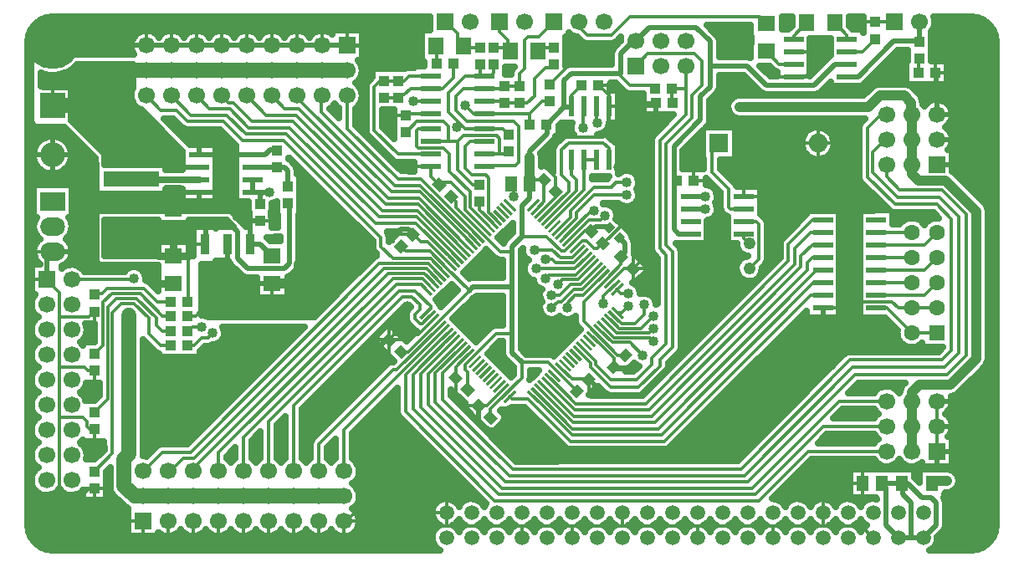
<source format=gtl>
G04 DipTrace 2.4.0.2*
%INTop.gbr*%
%MOIN*%
%ADD13C,0.0197*%
%ADD14C,0.0125*%
%ADD15C,0.025*%
%ADD16C,0.0256*%
%ADD17C,0.0591*%
%ADD18C,0.0394*%
%ADD19C,0.013*%
%ADD20C,0.0295*%
%ADD23R,0.0748X0.0748*%
%ADD24C,0.0748*%
%ADD25R,0.0433X0.0394*%
%ADD26R,0.0709X0.063*%
%ADD27R,0.0394X0.0433*%
%ADD28R,0.0512X0.0591*%
%ADD29R,0.063X0.0709*%
%ADD30R,0.0669X0.0669*%
%ADD31C,0.0669*%
%ADD32R,0.0984X0.0984*%
%ADD33C,0.0984*%
%ADD34R,0.063X0.063*%
%ADD35C,0.063*%
%ADD36R,0.0984X0.0748*%
%ADD37O,0.0984X0.0748*%
%ADD38R,0.2244X0.063*%
%ADD39R,0.0472X0.063*%
%ADD40C,0.2165*%
%ADD41R,0.0787X0.0236*%
%ADD42C,0.0591*%
%ADD43C,0.2165*%
%ADD45R,0.0236X0.0787*%
%ADD46R,0.0827X0.126*%
%ADD48R,0.0374X0.0846*%
%ADD49R,0.128X0.0846*%
%ADD50C,0.048*%
%ADD51C,0.04*%
%FSLAX44Y44*%
G04*
G70*
G90*
G75*
G01*
%LNTop*%
%LPD*%
X11161Y20102D2*
D13*
X12087D1*
X12224Y19965D1*
Y19811D1*
Y19392D1*
X13287Y20102D2*
X12224D1*
Y19392D1*
X11161Y18602D2*
X11946D1*
X12266Y18922D1*
Y19291D1*
X12224D1*
Y19390D1*
Y19392D1*
X10138Y18583D2*
Y17933D1*
X11161Y18602D2*
X10157D1*
X10138Y18583D1*
X12205Y19783D2*
X12224Y19811D1*
X12205Y19390D2*
X12224D1*
X12205Y18996D2*
X12266Y18922D1*
X13189Y16535D2*
Y17441D1*
Y17815D1*
X12986Y18018D1*
X12871Y18133D1*
X12576D1*
X12303Y18406D1*
Y19291D1*
X12205Y19390D1*
X13287Y20102D2*
X13803D1*
X13976Y20276D1*
X14252D1*
X14272Y20256D1*
X13583Y17441D2*
X13189D1*
Y16535D2*
X13602D1*
X14075Y16063D1*
X10138Y14941D2*
X9623D1*
X8891Y15673D1*
X7266D1*
X6704Y16235D1*
X5329D1*
X5079Y15110D2*
Y15985D1*
X5329Y16235D1*
X27676Y11633D2*
D14*
Y11992D1*
X26854Y12814D1*
X28445Y15551D2*
X28088D1*
X27550Y15014D1*
X19666Y16910D2*
X19704D1*
X19980Y16634D1*
X20251D1*
X21175Y15710D1*
X20730Y18896D2*
Y18985D1*
X21204D1*
X21766Y18423D1*
Y17902D1*
X22567Y17102D1*
X24766Y17798D2*
X25375Y18406D1*
Y18621D1*
X26158Y16406D2*
X26426Y16673D1*
X26579D1*
X26891Y16360D1*
X27025D1*
X27240Y16574D1*
X25602Y11562D2*
X26017Y11146D1*
X26677D1*
X21871Y12118D2*
X21377Y11624D1*
Y11202D1*
X23263Y10726D2*
X22620Y10083D1*
X22293D1*
X20479Y13510D2*
X19892Y12923D1*
X18945D1*
X18934Y12912D1*
X18730Y12708D1*
X6988Y13839D2*
X6760Y13610D1*
X5579D1*
Y11610D1*
X6598D1*
X6732Y11476D1*
X6988D1*
X5579Y11610D2*
Y9610D1*
X6531D1*
X6693Y9449D1*
Y9252D1*
X6791Y9154D1*
X6988D1*
X5579Y9610D2*
Y6724D1*
X5709Y6594D1*
X6594D1*
X6791Y6791D1*
X6988D1*
X5579Y13610D2*
Y14598D1*
X5079Y15098D1*
Y15110D1*
X40551Y13992D2*
X39551D1*
X39009D1*
X38766Y14235D1*
X37106D1*
X36829D1*
X36579Y13985D1*
X36016D1*
X27484Y22008D2*
Y22456D1*
X27080Y22860D1*
X27061D1*
X27484Y22008D2*
X28641D1*
X29213D1*
X29350Y22146D1*
X27240Y16574D2*
X27293D1*
X28079Y17360D1*
X28266D1*
X28766Y16860D1*
Y15873D1*
X28445Y15551D1*
X28266Y17360D2*
X28329D1*
X28641Y17673D1*
Y22008D1*
X25375Y18621D2*
Y19189D1*
X25016Y19548D1*
Y20110D1*
X25704Y20798D1*
X27266D1*
X27454Y20985D1*
Y21977D1*
X27484Y22008D1*
X40551Y8268D2*
Y9268D1*
Y10268D2*
Y9268D1*
X17055Y24441D2*
D13*
X16055D1*
X15055D1*
X14055D1*
X13055D1*
X12055D1*
X11055D1*
X10055D1*
X9055D1*
X5480D1*
X5315Y24606D1*
X29350Y22146D2*
Y21069D1*
X27868Y19587D1*
X32579D2*
X36319D1*
X37106Y18799D1*
Y14235D1*
X36016Y13985D2*
Y12795D1*
X26677Y11146D2*
X27165Y10658D1*
X27676Y11633D2*
Y11548D1*
X28329D1*
X18730Y12708D2*
X18614D1*
X17815Y11909D1*
Y11319D1*
X15391Y8895D1*
Y8298D1*
X22293Y10083D2*
Y9498D1*
X22681Y9110D1*
X24579D1*
X16929Y5480D2*
D14*
X17011D1*
X18454Y6923D1*
X19704D1*
X20391Y6235D1*
Y5673D1*
X20766Y5298D1*
X21012D1*
X24012D1*
X26012D1*
X28012D1*
X31012D1*
X34012D1*
X36012D1*
X37532D1*
X38012Y4817D1*
X36012Y5817D2*
Y5298D1*
X34012Y4817D2*
Y5298D1*
X31012Y4817D2*
Y5298D1*
X28012Y5817D2*
Y5298D1*
X26012Y4817D2*
Y5298D1*
X24012Y4817D2*
Y5298D1*
X21012Y5817D2*
Y5298D1*
X25016Y20110D2*
D3*
X32329Y14860D2*
D15*
X31391Y13923D1*
Y13110D1*
X28766Y10485D1*
X27338D1*
X27165Y10658D1*
X12598Y18012D2*
D13*
X12576D1*
Y18133D1*
X12992Y18012D2*
X12986Y18018D1*
X19666Y16910D2*
Y16948D1*
X19504Y17110D1*
X19177D1*
X18799Y16732D1*
X20730Y18896D2*
D14*
X20391Y19236D1*
Y19610D1*
X23581Y18923D2*
X23704Y18800D1*
Y18423D1*
X20391Y21735D2*
X19454D1*
X19391Y21673D1*
X18704D1*
X18641Y21610D1*
X19516Y19610D2*
X20391D1*
X38091Y25374D2*
X38850D1*
X38870Y25394D1*
X34843Y24205D2*
X35343D1*
X35531Y24016D1*
Y23425D1*
X35335Y23228D1*
X34866D1*
X34843Y23205D1*
X25141Y22905D2*
X26347Y24110D1*
X26641D1*
X27061Y22860D2*
X27533D1*
X27559Y22835D1*
X19516Y19610D2*
X19071D1*
X17717Y20965D1*
Y24311D1*
X17618Y24409D1*
X17087D1*
X17055Y24441D1*
X35531Y24016D2*
X35630D1*
X36024Y24409D1*
X40551Y21685D2*
Y23307D1*
X40492Y23366D1*
X30873Y19048D2*
Y19691D1*
X30579Y19985D1*
X32874Y18429D2*
X33697D1*
X34579Y17548D1*
X18934Y12912D2*
Y13527D1*
X19454Y14047D1*
X28150Y12106D2*
X27841D1*
X26994Y12954D1*
X27972Y16024D2*
Y15713D1*
X27411Y15153D1*
X27899Y16790D2*
D13*
X28141Y16548D1*
Y16194D1*
X27972Y16024D1*
X26994Y12954D2*
D14*
X26476Y13471D1*
Y14218D1*
X27411Y15153D1*
X28839Y12106D2*
X28335Y12610D1*
X27615D1*
X27133Y13093D1*
X20619Y23735D2*
Y24394D1*
X20590Y24423D1*
X21288Y23735D2*
Y23158D1*
X20866Y22736D1*
X20392D1*
X20391Y22735D1*
X18516Y22360D2*
X19079D1*
X20391Y22735D2*
X19579D1*
X19329Y22485D1*
X19079D1*
Y22360D1*
X10034Y13048D2*
X9704D1*
X9449Y13303D1*
Y13583D1*
X8661Y14370D1*
X7874D1*
X7516Y14012D1*
Y10351D1*
X6988Y9823D1*
Y12146D2*
X7329Y12486D1*
Y14219D1*
X7677Y14567D1*
X8810D1*
X9704Y13673D1*
X10034D1*
Y12485D2*
X9641D1*
X9154Y12973D1*
Y13583D1*
X8563Y14173D1*
X8071D1*
X7704Y13806D1*
Y8176D1*
X6988Y7461D1*
X18516Y23030D2*
X19079D1*
X20391Y23235D2*
X19516D1*
X19311Y23030D1*
X19079D1*
X18516D2*
X18373D1*
X18141Y22798D1*
Y21048D1*
X19079Y20110D1*
X20391D1*
X38142Y14485D2*
X40044D1*
X40551Y14992D1*
X38142Y14985D2*
X38149Y14992D1*
X39551D1*
X38142Y15485D2*
X40044D1*
X40551Y15992D1*
X38142Y15985D2*
X38149Y15992D1*
X39551D1*
X38142Y16485D2*
X40044D1*
X40551Y16992D1*
X38142Y16985D2*
X38149Y16992D1*
X39551D1*
X36016Y14485D2*
X35516D1*
X29704Y8673D1*
X25954D1*
X24266Y10360D1*
X23629D1*
X23542Y10448D1*
X36016Y14985D2*
X35641D1*
X29579Y8923D1*
X26013D1*
X24488Y10448D1*
X36016Y15485D2*
X35766D1*
X29454Y9173D1*
X26042D1*
X24627Y10587D1*
X36016Y15985D2*
X35579D1*
X35391Y15798D1*
Y15485D1*
X29329Y9423D1*
X26070D1*
X24766Y10726D1*
X36016Y16485D2*
X35580D1*
X35141Y16047D1*
Y15610D1*
X29204Y9673D1*
X26099D1*
X24906Y10866D1*
X36016Y16985D2*
X35525D1*
X34891Y16351D1*
Y15735D1*
X29079Y9923D1*
X26127D1*
X25045Y11005D1*
X36016Y17485D2*
X35595D1*
X34641Y16531D1*
Y15842D1*
X28972Y10173D1*
X26155D1*
X25184Y11144D1*
X27272Y13232D2*
X27706Y12798D1*
X29141D1*
X29266Y12673D1*
Y13173D2*
X29079Y12985D1*
X27797D1*
X27411Y13371D1*
X29266Y13673D2*
X28766Y13173D1*
X27888D1*
X27550Y13510D1*
X27690Y13650D2*
X27979Y13360D1*
X28516D1*
X28891Y13735D1*
Y14110D1*
X28266Y14048D2*
X28007Y13789D1*
X27829D1*
X28248Y14567D2*
X27953D1*
X27807Y14713D1*
X27829Y14735D1*
X27690Y14874D2*
X27264Y14449D1*
Y14173D1*
X25829Y13985D2*
Y14173D1*
X26141Y14485D1*
X26465D1*
X27272Y15292D1*
X25204Y13985D2*
X25456Y14237D1*
X25581D1*
X26079Y14735D1*
X26437D1*
X27133Y15431D1*
X26994Y15570D2*
X26346Y14923D1*
X25954D1*
X25516Y14485D1*
X25204D1*
X26854Y15710D2*
X26255Y15110D1*
X25641D1*
X25454Y14923D1*
X26715Y15849D2*
X26164Y15298D1*
X25079D1*
X24954Y15173D1*
X26576Y15988D2*
X26136Y15548D1*
X24579D1*
X24954Y15923D2*
X25219D1*
X25344Y15798D1*
X26107D1*
X26437Y16127D1*
X24516Y16298D2*
X25238D1*
X25550Y15985D1*
X26016D1*
X26298Y16266D1*
Y12258D2*
X26772Y11784D1*
Y11614D1*
X27559Y10827D1*
X28670D1*
X29516Y11673D1*
Y11923D1*
X30020Y12426D1*
Y16232D1*
X29766Y16485D1*
Y20514D1*
X30807Y21555D1*
Y22464D1*
X31201Y22857D1*
Y23819D1*
X30906Y24114D1*
X29035D1*
X28543Y23622D1*
X26437Y12397D2*
X26969Y11865D1*
Y11713D1*
X27559Y11122D1*
X28591D1*
X29204Y11735D1*
Y11985D1*
X29766Y12548D1*
Y16100D1*
X29516Y16350D1*
Y20673D1*
X30543Y21700D1*
Y23622D1*
X30000Y22736D2*
X30543D1*
Y23622D1*
X30020Y22146D2*
X30000Y22165D1*
Y22736D1*
X25602Y16962D2*
X26204Y17564D1*
Y17798D1*
X26891Y18485D1*
X28204D1*
X25462Y17102D2*
X25954Y17593D1*
Y17860D1*
X26891Y18798D1*
X27579D1*
X27766Y18985D1*
X28204D1*
X26454Y21173D2*
Y22008D1*
X26484D1*
X27016Y21360D2*
X26984D1*
Y22008D1*
X25045Y17519D2*
X26181Y18655D1*
Y19094D1*
X25984Y19291D1*
Y19882D1*
X24906Y17658D2*
X25886Y18638D1*
Y18996D1*
X25591Y19291D1*
Y20276D1*
X25886Y20571D1*
X27264D1*
X27484Y20350D1*
Y19882D1*
X25184Y17380D2*
X26484Y18680D1*
Y19882D1*
X26984D1*
X11161Y19102D2*
D16*
X8454D1*
Y19110D1*
X13287Y19602D2*
D13*
X14256D1*
X14272Y19587D1*
X14705Y18839D2*
Y19449D1*
X14567Y19587D1*
X14272D1*
X10034Y14235D2*
D14*
X9485D1*
X8957Y14764D1*
X7480D1*
X7283Y14567D1*
X6988D1*
Y14508D1*
X39173Y6988D2*
D13*
X38346D1*
X40012Y4817D2*
D14*
X39516D1*
X39012D1*
D13*
X38516Y5313D1*
Y6818D1*
X38346Y6988D1*
X39012Y4817D2*
X40012D1*
X39516D2*
Y6235D1*
X39204Y6548D1*
Y6958D1*
X39173Y6988D1*
X39388D1*
X39954Y6423D1*
X40329D1*
X40516Y6235D1*
Y5321D1*
X40012Y4817D1*
X10704Y12485D2*
D14*
X10954D1*
X11266Y12798D1*
X11516D1*
X11704Y12985D1*
X26891Y17860D2*
X26778D1*
X25741Y16823D1*
X10704Y13048D2*
X10891Y13235D1*
X11266D1*
X27329Y17673D2*
X27154Y17498D1*
X26695D1*
X25880Y16684D1*
X31873Y20544D2*
X31594D1*
Y19390D1*
X32266Y18718D1*
Y17985D1*
X32322Y17929D1*
X32874D1*
X33079Y15548D2*
X33465Y15934D1*
Y17323D1*
X33358Y17429D1*
X32874D1*
X33079Y16548D2*
X32874Y16752D1*
Y16929D1*
X25295Y24350D2*
X24803D1*
X24665Y24213D1*
X22517Y22235D2*
X23237D1*
X23327Y22146D1*
X23917D1*
X25295Y23681D2*
Y23548D1*
X24954D1*
X24516Y23110D1*
Y22423D1*
X24239Y22146D1*
X23917D1*
X22517Y22735D2*
X23247D1*
X23327Y22815D1*
X23917D1*
X22517Y22735D2*
X21704D1*
X21391Y22423D1*
Y21860D1*
X21829Y21423D1*
X23704D1*
X23891Y21235D1*
Y19798D1*
X23766Y19673D1*
X22517D1*
Y19610D1*
X23327Y22815D2*
Y22835D1*
X23819D1*
X23917Y22933D1*
Y23327D1*
X24114Y23524D1*
Y24646D1*
X24272Y24803D1*
X24689D1*
X25280Y25394D1*
X22517Y21735D2*
X22079D1*
X21766Y22048D1*
X19704Y22235D2*
X20391D1*
X22517Y21735D2*
X24266D1*
X24329Y21673D1*
Y21298D1*
X25141Y22235D2*
X24829D1*
X24329Y21735D1*
Y21298D1*
X23122Y25394D2*
X23141D1*
Y24985D1*
X23454Y24673D1*
Y24360D1*
X23563D1*
Y24213D1*
X22897Y24350D2*
X23425D1*
X23563Y24213D1*
X20957Y25394D2*
Y25420D1*
X21454Y24923D1*
Y24423D1*
X21692D1*
X22343Y24350D2*
X21765D1*
X21692Y24423D1*
X22517Y20110D2*
X23141D1*
Y20735D1*
X23016Y20860D1*
X21704D1*
X21454Y20610D1*
X21079D1*
X20391D1*
X22329Y18882D2*
X22057D1*
X21454Y19485D1*
Y20610D1*
X23494Y20213D2*
Y20110D1*
X23141D1*
X19391Y21003D2*
X19409D1*
X19829Y21423D1*
X20891D1*
X21079Y21235D1*
Y20610D1*
X35374Y25354D2*
X34843Y24823D1*
Y24705D1*
X36476Y25354D2*
X36969Y24862D1*
Y24705D1*
Y24205D2*
X37591D1*
X38091Y24705D1*
X39862Y23917D2*
X39823D1*
Y23366D1*
X39870Y25394D2*
D13*
X39862Y25386D1*
Y24587D1*
X39887Y24611D1*
X38831D1*
X37425Y23205D1*
X36969D1*
X34843Y23705D2*
D14*
X34268D1*
X33760Y24213D1*
X26280Y25394D2*
Y25197D1*
X26616Y24860D1*
X27579D1*
X28309Y25591D1*
X33484D1*
X33760Y25315D1*
X30748Y17929D2*
X31335D1*
X30748Y18429D2*
X31335D1*
X17055Y22441D2*
Y21134D1*
X19079Y19110D1*
X20002D1*
X22289Y16823D1*
X16055Y22441D2*
X16016Y22480D1*
Y21798D1*
X18954Y18860D1*
X19973D1*
X22150Y16684D1*
X15055Y22441D2*
X15204Y22292D1*
Y22235D1*
X18829Y18610D1*
X19945D1*
X22010Y16545D1*
X21871Y16406D2*
X19917Y18360D1*
X18704D1*
X15141Y21923D1*
X14573D1*
X14055Y22441D1*
X21732Y16266D2*
X19888Y18110D1*
X18579D1*
X15016Y21673D1*
X13823D1*
X13055Y22441D1*
X21593Y16127D2*
X19860Y17860D1*
X18454D1*
X14891Y21423D1*
X13266D1*
X12516Y22173D1*
X12323D1*
X12055Y22441D1*
X21454Y15988D2*
X19831Y17610D1*
X18329D1*
X14766Y21173D1*
X13141D1*
X12391Y21923D1*
X11573D1*
X11055Y22441D1*
X21314Y15849D2*
X19803Y17360D1*
X18204D1*
X14641Y20923D1*
X13016D1*
X12266Y21673D1*
X10823D1*
X10055Y22441D1*
X20897Y15431D2*
X20383Y15945D1*
X18898D1*
X18406Y16437D1*
Y16783D1*
X14516Y20673D1*
X12891D1*
X12141Y21423D1*
X10704D1*
X10266Y21860D1*
X9636D1*
X9055Y22441D1*
X8929Y7480D2*
X8949D1*
X9704Y8235D1*
X10829D1*
X18342Y15748D1*
X20302D1*
X20758Y15292D1*
X9929Y7480D2*
X10011D1*
X10516Y7985D1*
X10954D1*
X18520Y15551D1*
X20220D1*
X20618Y15153D1*
X10929Y7480D2*
X10824D1*
X18698Y15354D1*
X20139D1*
X20479Y15014D1*
X11929Y7480D2*
Y8210D1*
X18876Y15157D1*
X20057D1*
X20340Y14874D1*
X12929Y7480D2*
Y8835D1*
X19016Y14923D1*
X20013D1*
X20201Y14735D1*
X13929Y7480D2*
Y9460D1*
X19141Y14672D1*
X19766D1*
X20391Y14047D1*
Y13979D1*
X20201Y13789D1*
X14929Y7480D2*
Y10085D1*
X19266Y14422D1*
X19641D1*
X19954Y14110D1*
Y13922D1*
X19766Y13735D1*
Y13547D1*
X19954Y13360D1*
X20050D1*
X20340Y13650D1*
X15929Y7480D2*
Y8547D1*
X18893Y11511D1*
X19037D1*
X20758Y13232D1*
X16929Y7480D2*
Y9125D1*
X20897Y13093D1*
X21036Y12954D2*
X19390Y11307D1*
Y9843D1*
X22935Y6298D1*
X33463D1*
X35433Y8268D1*
X38551D1*
X21175Y12814D2*
X19685Y11324D1*
Y9941D1*
X23078Y6548D1*
X33319D1*
X36039Y9268D1*
X38551D1*
X21314Y12675D2*
X19980Y11341D1*
Y10039D1*
X23222Y6798D1*
X33176D1*
X36646Y10268D1*
X38551D1*
X21454Y12536D2*
X20276Y11358D1*
Y10138D1*
X23366Y7048D1*
X33032D1*
X37303Y11319D1*
X40945D1*
X41732Y12106D1*
Y17717D1*
X40748Y18701D1*
X39075D1*
X38551Y19224D1*
Y19685D1*
X21593Y12397D2*
X20571Y11375D1*
Y10236D1*
X23509Y7298D1*
X32888D1*
X37205Y11614D1*
X40846D1*
X41437Y12205D1*
Y17618D1*
X40650Y18406D1*
X38976D1*
X37992Y19390D1*
Y20177D1*
X38500Y20685D1*
X38551D1*
X21732Y12258D2*
X20866Y11392D1*
Y10335D1*
X23653Y7548D1*
X32745D1*
X37106Y11909D1*
X40748D1*
X41142Y12303D1*
Y17520D1*
X40551Y18110D1*
X38878D1*
X37795Y19193D1*
Y21161D1*
X38319Y21685D1*
X38551D1*
X22706Y17241D2*
X21954Y17993D1*
Y18610D1*
X21141Y19423D1*
Y20110D1*
X20891Y20360D1*
X19891D1*
X19829Y20423D1*
Y21048D1*
X19891Y21110D1*
X20391D1*
X22517Y20610D2*
X21954D1*
X21766Y20423D1*
Y19548D1*
X22016Y19298D1*
X22579D1*
X22704Y19173D1*
Y17800D1*
X22985Y17519D1*
X22329Y18213D2*
Y17897D1*
X22846Y17380D1*
X5315Y22047D2*
D17*
X6516D1*
X7909Y23441D1*
X9055D1*
X10055D1*
X11055D1*
X12055D1*
X13055D1*
X14055D1*
X15055D1*
X16055D1*
X17055D1*
X5315Y22047D2*
D13*
X5378Y22110D1*
X8266D1*
X10138Y20239D1*
Y19685D1*
X10220Y19602D1*
X11161D1*
X13287Y19102D2*
Y18602D1*
X13699D1*
X13954D1*
X9449Y20276D2*
Y19685D1*
X10138D1*
X13583Y18110D2*
Y18486D1*
X13699Y18602D1*
X8929Y6480D2*
D17*
X8579D1*
X8169Y6890D1*
Y7972D1*
X8366Y8169D1*
Y13698D1*
X8929Y6480D2*
X9929D1*
X10929D1*
X11929D1*
X12929D1*
X13929D1*
X14929D1*
X15929D1*
X16929D1*
X10138Y16831D2*
D13*
X8883D1*
X8454Y17260D1*
X14705Y18169D2*
X14764D1*
Y15748D1*
X14567Y15551D1*
X13091D1*
X12697Y15945D1*
Y17028D1*
X12427Y17298D1*
X12011D1*
X11417D1*
Y16575D1*
X11378Y16535D1*
X10138Y16043D2*
Y16831D1*
X10704Y14235D2*
D14*
Y14345D1*
X10728Y14370D1*
Y16043D1*
X10138D1*
X38142Y13985D2*
X38558D1*
X39551Y12992D1*
X40551D1*
X32704Y21985D2*
D18*
X37832D1*
X38287Y22441D1*
X39248D1*
X39516Y22173D1*
Y21720D1*
X39551Y21685D1*
Y20685D1*
Y19685D1*
Y19325D1*
X39829Y19048D1*
X40893D1*
X42126Y17815D1*
Y12985D1*
Y11970D1*
X41081Y10925D1*
X39862D1*
X39551Y10614D1*
Y10268D1*
Y9268D2*
Y10268D1*
Y9268D2*
Y8268D1*
X40945Y7087D2*
X40453D1*
X40354Y6988D1*
X14075Y14961D2*
D13*
X12992D1*
X12283Y14252D1*
Y15736D1*
Y16535D1*
X19193Y16437D2*
D14*
X19390Y16240D1*
X20366D1*
X21036Y15570D1*
X21204Y18423D2*
X21391Y18235D1*
Y17999D1*
X22428Y16962D1*
X24627Y17937D2*
X24902Y18211D1*
Y19094D1*
X26019Y16545D2*
X26522Y17048D1*
X26766D1*
X25462Y11422D2*
X26204Y10681D1*
Y10673D1*
X22010Y11979D2*
X21752Y11721D1*
Y11516D1*
X21850Y11417D1*
Y10728D1*
X23402Y10587D2*
X22766Y9951D1*
Y9610D1*
X20618Y13371D2*
X19483Y12235D1*
X19204D1*
X10704Y13673D2*
X11015D1*
X11594Y14252D1*
X12283D1*
X6079Y15110D2*
X8516D1*
X8563Y15157D1*
X12205Y15354D2*
Y15657D1*
X12283Y15736D1*
X23402Y10587D2*
X24016Y11201D1*
Y11811D1*
D13*
X23622Y12205D1*
Y12973D1*
Y14819D1*
Y16226D1*
Y16437D1*
X24016Y16831D1*
Y18048D1*
X24329Y18360D1*
Y18923D1*
X24016Y11811D2*
D14*
X25074D1*
X25462Y11422D1*
X23622Y12973D2*
X23004D1*
X22010Y11979D1*
X20618Y13371D2*
X21916Y14669D1*
D13*
X22067Y14819D1*
X23622D1*
X21036Y15570D2*
D14*
X21916Y14690D1*
Y14669D1*
X22428Y16962D2*
X23165Y16226D1*
X23622D1*
X26019Y16545D2*
X25715Y16240D1*
X25591D1*
X25000Y16831D1*
X24016D1*
X24329Y18923D2*
Y19094D1*
X24902D1*
X25984Y22008D2*
Y22453D1*
X26391Y22860D1*
X24329Y18923D2*
D13*
Y20235D1*
X25017Y20923D1*
Y21298D1*
X25704Y21985D1*
X25962D1*
X25984Y22008D1*
X14075Y14961D2*
D18*
X15141D1*
Y15735D1*
X16266Y16860D1*
Y17298D1*
X16766Y17798D1*
X24329Y19985D2*
Y18923D1*
X28543Y24622D2*
D13*
X28461D1*
X27953Y24114D1*
Y23327D1*
X25984D1*
X25704Y23046D1*
Y21985D1*
X29331Y22736D2*
D14*
Y22860D1*
X28329D1*
X27953Y23236D1*
Y23327D1*
X27509Y17180D2*
D13*
Y17235D1*
X26954D1*
X26766Y17048D1*
X30748Y16929D2*
X30260D1*
X30079Y17110D1*
Y19048D1*
Y20423D1*
X31141Y21485D1*
Y22423D1*
X31516Y22798D1*
Y23622D1*
Y24610D1*
X30954Y25173D1*
X29094D1*
X28543Y24622D1*
X30204Y19048D2*
D14*
X30079D1*
X22517Y21110D2*
X23266D1*
X23494Y20882D1*
X22517Y21110D2*
X21766D1*
X21567Y21310D1*
X21079Y21798D1*
Y22548D1*
X21766Y23235D1*
X22517D1*
X24998Y21298D2*
X25017D1*
X21567Y21310D2*
X21442Y21185D1*
X36969Y23705D2*
D13*
X36500D1*
X35656Y22861D1*
X33768D1*
X33006Y23622D1*
X31516D1*
X22343Y23681D2*
D14*
Y23235D1*
X22517D1*
X22897Y23681D2*
Y23366D1*
X22766Y23235D1*
X22517D1*
D51*
X27868Y19587D3*
X32579D3*
X36016Y12795D3*
X27165Y10658D3*
X28329Y11548D3*
X27165Y10658D3*
X15391Y8298D3*
X24579Y9110D3*
X18799Y16732D3*
X23704Y18423D3*
X19454Y14047D3*
X18799Y16732D3*
X28839Y12106D3*
X29266Y12673D3*
Y13173D3*
Y13673D3*
X28891Y14110D3*
X28266Y14048D3*
X28248Y14567D3*
X27264Y14173D3*
X25829Y13985D3*
X25204D3*
Y14485D3*
X25454Y14923D3*
X24954Y15173D3*
X24579Y15548D3*
X24954Y15923D3*
X24516Y16298D3*
X28204Y18485D3*
Y18985D3*
X26454Y21173D3*
X27016Y21360D3*
X11704Y12985D3*
X26891Y17860D3*
X11266Y13235D3*
X27329Y17673D3*
X21766Y22048D3*
X19704Y22235D3*
X31335Y17929D3*
Y18429D3*
X13954Y18602D3*
X9449Y20276D3*
X8366Y13698D3*
X32704Y21985D3*
X12011Y17298D3*
X40945Y7087D3*
X42126Y12985D3*
X8563Y15157D3*
X12205Y15354D3*
X16766Y17798D3*
X24329Y19985D3*
X21442Y21185D3*
X12205Y19783D3*
Y19390D3*
Y18996D3*
X11024Y20669D3*
X12205D3*
X11811D3*
X11417D3*
X12205Y18012D3*
X11811D3*
X20141Y25360D3*
X26641Y24110D3*
X32329Y14860D3*
X34579Y17548D3*
X30579Y19985D3*
X29079Y18235D3*
X33268Y22736D3*
X33829Y20235D3*
X34016Y11673D3*
X32016Y9860D3*
X38704Y12485D3*
X42126Y11024D3*
X35079Y6860D3*
X19016Y7485D3*
X32266Y22985D3*
X9329Y15610D3*
X7087Y5512D3*
X18641Y21610D3*
X19516Y19610D3*
X27559Y22835D3*
X28766Y21423D3*
X38016Y18110D3*
X31454Y8048D3*
X29266Y14923D3*
X34766Y10673D3*
X42204Y18798D3*
X25016Y20110D3*
X12598Y18012D3*
X12992D3*
X38780Y23130D3*
X36024Y24409D3*
X32579Y8735D3*
X31329Y9360D3*
X34579Y11173D3*
X34141Y12235D3*
X6025Y23445D2*
D15*
X8432D1*
X4874Y23197D2*
X8483D1*
X4874Y22948D2*
X8510D1*
X6095Y22699D2*
X8490D1*
X6095Y22450D2*
X8432D1*
X6095Y22202D2*
X8479D1*
X6095Y21953D2*
X8682D1*
X6095Y21704D2*
X8998D1*
X6107Y21456D2*
X9248D1*
X6357Y21207D2*
X9498D1*
X6607Y20958D2*
X9744D1*
X6853Y20710D2*
X9994D1*
X7103Y20461D2*
X10244D1*
X7353Y20212D2*
X10479D1*
X7435Y19964D2*
X10479D1*
X7435Y19715D2*
X10479D1*
X8536Y23147D2*
X8510Y23190D1*
X8470Y23308D1*
X8456Y23432D1*
X8467Y23557D1*
X8513Y23693D1*
X6306Y23694D1*
X6123Y23528D1*
X5910Y23397D1*
X5677Y23308D1*
X5432Y23264D1*
X5182Y23265D1*
X4937Y23313D1*
X4852Y23342D1*
X4849Y22807D1*
X5008Y22804D1*
X6072D1*
Y21466D1*
X7373Y20164D1*
X7408Y20079D1*
Y19692D1*
X9841Y19690D1*
Y19499D1*
X10505Y19495D1*
X10503Y19969D1*
Y20223D1*
X10168Y20561D1*
X8850Y21878D1*
X8760Y21919D1*
X8659Y21991D1*
X8574Y22083D1*
X8510Y22190D1*
X8470Y22308D1*
X8456Y22432D1*
X8467Y22557D1*
X8503Y22676D1*
X8536Y22744D1*
Y23139D1*
X5315Y22804D2*
D19*
Y22047D1*
X6072D1*
X10503Y19602D2*
D13*
X11161D1*
X9978Y21326D2*
D15*
X10311D1*
X4874Y21078D2*
X5690D1*
X10228D2*
X11998D1*
X4874Y20829D2*
X5190D1*
X5439D2*
X5936D1*
X10474D2*
X12248D1*
X5908Y20580D2*
X6186D1*
X10724D2*
X12494D1*
X6052Y20332D2*
X6436D1*
X11845D2*
X12604D1*
X6095Y20083D2*
X6682D1*
X11845D2*
X12604D1*
X6056Y19834D2*
X6932D1*
X11845D2*
X12604D1*
X5915Y19586D2*
X7033D1*
X11845D2*
X12604D1*
X4874Y19337D2*
X5139D1*
X5490D2*
X7033D1*
X11845D2*
X12604D1*
X4874Y19088D2*
X7033D1*
X11845D2*
X12604D1*
X6111Y18840D2*
X7033D1*
X11845D2*
X12604D1*
X6111Y18591D2*
X7033D1*
X11845D2*
X12604D1*
X6111Y18342D2*
X10479D1*
X11845D2*
X12604D1*
X6111Y18094D2*
X13096D1*
X6111Y17845D2*
X13096D1*
X5997Y17596D2*
X7033D1*
X12658D2*
X13096D1*
X6099Y17347D2*
X7033D1*
X12915D2*
X13096D1*
X6095Y17099D2*
X7033D1*
X5982Y16850D2*
X7033D1*
X5994Y16601D2*
X7033D1*
X6099Y16353D2*
X7033D1*
X6095Y16104D2*
X7033D1*
X13122Y17629D2*
X13121Y18219D1*
X12629D1*
X12633Y18985D1*
X12629Y19094D1*
X12633Y19485D1*
X12629Y19594D1*
X12633Y19985D1*
X12629Y20069D1*
Y20472D1*
X12005Y21096D1*
X10704Y21095D1*
X10582Y21119D1*
X10472Y21191D1*
X10132Y21531D1*
X9747Y21533D1*
X10791Y20488D1*
X11153Y20485D1*
X11820D1*
X11816Y19219D1*
X11820Y19110D1*
X11816Y18719D1*
X11820Y18635D1*
Y18219D1*
X10503D1*
Y18576D1*
X9838D1*
X9841Y18530D1*
X7067D1*
X7060Y18701D1*
Y19734D1*
X5657Y21135D1*
X4849D1*
Y20678D1*
X4984Y20760D1*
X5125Y20811D1*
X5272Y20835D1*
X5422Y20828D1*
X5568Y20792D1*
X5703Y20729D1*
X5823Y20640D1*
X5924Y20529D1*
X6001Y20400D1*
X6050Y20259D1*
X6071Y20110D1*
X6065Y19979D1*
X6031Y19833D1*
X5969Y19697D1*
X5881Y19576D1*
X5771Y19474D1*
X5643Y19396D1*
X5502Y19345D1*
X5354Y19323D1*
X5205Y19330D1*
X5059Y19366D1*
X4924Y19430D1*
X4849Y19482D1*
Y18875D1*
X6086Y18874D1*
Y17596D1*
X5973D1*
X6032Y17492D1*
X6071Y17374D1*
X6086Y17235D1*
X6074Y17111D1*
X6037Y16992D1*
X5979Y16881D1*
X5900Y16785D1*
X5843Y16738D1*
X5940Y16641D1*
X6010Y16537D1*
X6058Y16422D1*
X6083Y16300D1*
X6084Y16185D1*
X6062Y16062D1*
X6017Y15946D1*
X5974Y15873D1*
X7060D1*
X7062Y17720D1*
X7067Y17840D1*
X9435Y17842D1*
X12500D1*
X12605Y17780D1*
X12625Y17717D1*
Y17603D1*
X12684Y17555D1*
X13012Y17224D1*
X13121D1*
X13122Y17922D1*
X13121Y17441D2*
D19*
X13583D1*
X5315Y20835D2*
D13*
Y19322D1*
Y20079D2*
X6072D1*
X5329Y16235D2*
D19*
X6085D1*
X12629Y20102D2*
D13*
X13287D1*
X11161Y20485D2*
Y20102D1*
X11820D1*
X11161Y18602D2*
Y18220D1*
X10503Y18602D2*
X11820D1*
X13189Y17223D2*
D19*
Y16535D1*
X7433Y17244D2*
D15*
X12475D1*
X7433Y16996D2*
X10901D1*
X7433Y16747D2*
X10901D1*
X7433Y16498D2*
X9495D1*
X10783D2*
X10901D1*
X7433Y16250D2*
X9495D1*
X10783D2*
X10901D1*
X10757Y17493D2*
Y17353D1*
X9519D1*
Y17490D1*
X8553Y17493D1*
X7408D1*
Y16070D1*
X9522D1*
X9519Y16263D1*
Y16623D1*
X10757D1*
Y16069D1*
X10926Y16072D1*
Y17224D1*
X11830D1*
Y17152D1*
X11832Y17224D1*
X12523D1*
X12251Y17494D1*
X10760Y17493D1*
X10138Y16623D2*
D20*
Y16043D1*
X9519D2*
X10757D1*
X11378Y17223D2*
D19*
Y16535D1*
X10927D2*
X11378D1*
X15094Y19456D2*
D15*
X15244D1*
X15192Y19208D2*
X15494D1*
X15192Y18959D2*
X15744D1*
X15192Y18710D2*
X15990D1*
X15192Y18462D2*
X16240D1*
X15192Y18213D2*
X16490D1*
X15192Y17964D2*
X16736D1*
X15192Y17716D2*
X16986D1*
X15153Y17467D2*
X17236D1*
X15153Y17218D2*
X17482D1*
X15153Y16969D2*
X17732D1*
X13958Y16721D2*
X14376D1*
X15153D2*
X17982D1*
X15153Y16472D2*
X18052D1*
X15153Y16223D2*
X18134D1*
X15153Y15975D2*
X18079D1*
X11774Y15726D2*
X12380D1*
X15153D2*
X17833D1*
X11272Y15477D2*
X12626D1*
X15032D2*
X17583D1*
X11272Y15229D2*
X12900D1*
X14758D2*
X17333D1*
X11272Y14980D2*
X13431D1*
X14719D2*
X17087D1*
X11272Y14731D2*
X13431D1*
X14719D2*
X16837D1*
X11272Y14483D2*
X13431D1*
X14719D2*
X16587D1*
X11272Y14234D2*
X16341D1*
X11272Y13985D2*
X16091D1*
X11272Y13737D2*
X15841D1*
X14694Y15212D2*
Y14381D1*
X13456D1*
Y15188D1*
X13091D1*
X12968Y15209D1*
X12846Y15283D1*
X12440Y15688D1*
X12335Y15847D1*
X11838Y15846D1*
X11776Y15741D1*
X11713Y15721D1*
X11247D1*
Y13702D1*
X11325Y13696D1*
X11446Y13664D1*
X11536Y13611D1*
X15743Y13609D1*
X17138Y15008D1*
X18110Y15980D1*
X18217Y16050D1*
X18197Y16041D1*
X18224Y16155D1*
X18174Y16205D1*
X18104Y16308D1*
X18078Y16437D1*
Y16652D1*
X17025Y17701D1*
X14774Y19952D1*
X14733Y19943D1*
Y19908D1*
X14824Y19844D1*
X14962Y19706D1*
X15033Y19604D1*
X15068Y19465D1*
Y19320D1*
X15166D1*
X15163Y18357D1*
X15166Y18276D1*
Y17688D1*
X15124D1*
X15127Y17294D1*
Y15748D1*
X15106Y15625D1*
X15032Y15503D1*
X14824Y15294D1*
X14701Y15214D1*
X14006Y16643D2*
X14397D1*
X14400Y16807D1*
X13847Y16804D1*
X14011Y16640D1*
X14075Y14961D2*
D19*
Y14381D1*
X13456Y14961D2*
X14694D1*
X12283Y16535D2*
Y15848D1*
X4696Y25351D2*
D15*
X20334D1*
X34403D2*
X34768D1*
X37079D2*
X37603D1*
X40493D2*
X42545D1*
X4482Y25102D2*
X20334D1*
X31564D2*
X33115D1*
X34403D2*
X34635D1*
X37216D2*
X37603D1*
X40419D2*
X42760D1*
X4384Y24853D2*
X8596D1*
X9517D2*
X9598D1*
X10517D2*
X10598D1*
X11517D2*
X11598D1*
X12517D2*
X12598D1*
X13517D2*
X13598D1*
X14517D2*
X14598D1*
X15517D2*
X15598D1*
X17681D2*
X19986D1*
X25903D2*
X25995D1*
X31810D2*
X33115D1*
X40349D2*
X42861D1*
X4349Y24605D2*
X8455D1*
X17681D2*
X19986D1*
X25782D2*
X26385D1*
X27810D2*
X27904D1*
X31903D2*
X33115D1*
X35525D2*
X36283D1*
X40349D2*
X42893D1*
X4349Y24356D2*
X8436D1*
X17681D2*
X19986D1*
X25782D2*
X27658D1*
X31903D2*
X33115D1*
X35525D2*
X36283D1*
X40349D2*
X42896D1*
X4349Y24107D2*
X8533D1*
X17681D2*
X19986D1*
X25782D2*
X27564D1*
X31903D2*
X33115D1*
X35525D2*
X36283D1*
X38864D2*
X39377D1*
X40349D2*
X42896D1*
X4349Y23859D2*
X4434D1*
X17681D2*
X19986D1*
X25782D2*
X27564D1*
X35525D2*
X36115D1*
X38618D2*
X39377D1*
X40349D2*
X42896D1*
X4349Y23610D2*
X4434D1*
X17653D2*
X19709D1*
X33556D2*
X33873D1*
X35525D2*
X35865D1*
X38368D2*
X39318D1*
X40997D2*
X42896D1*
X4349Y23361D2*
X4434D1*
X17673D2*
X18029D1*
X23384D2*
X23568D1*
X33806D2*
X34158D1*
X35525D2*
X35619D1*
X38118D2*
X39318D1*
X40997D2*
X42896D1*
X4349Y23113D2*
X4434D1*
X17583D2*
X17967D1*
X31903D2*
X32978D1*
X37872D2*
X39318D1*
X40997D2*
X42896D1*
X4349Y22864D2*
X4434D1*
X17505D2*
X17795D1*
X27568D2*
X27838D1*
X31903D2*
X33225D1*
X36196D2*
X36285D1*
X37653D2*
X38076D1*
X39458D2*
X42896D1*
X4349Y22615D2*
X4434D1*
X17653D2*
X17788D1*
X27892D2*
X28088D1*
X31857D2*
X33475D1*
X35950D2*
X37783D1*
X39751D2*
X42896D1*
X4349Y22366D2*
X4434D1*
X17673D2*
X17789D1*
X27892D2*
X28826D1*
X31622D2*
X32412D1*
X39962D2*
X42896D1*
X4349Y22118D2*
X4434D1*
X17583D2*
X17787D1*
X27892D2*
X28846D1*
X31528D2*
X32232D1*
X40001D2*
X40113D1*
X40989D2*
X42896D1*
X4349Y21869D2*
X4434D1*
X16435D2*
X16701D1*
X17407D2*
X17787D1*
X18493D2*
X18904D1*
X27892D2*
X28846D1*
X31528D2*
X32228D1*
X41146D2*
X42896D1*
X4349Y21620D2*
X4434D1*
X17407D2*
X17787D1*
X18493D2*
X18904D1*
X27892D2*
X29975D1*
X31528D2*
X32393D1*
X41173D2*
X42896D1*
X4349Y21372D2*
X4450D1*
X9935D2*
X10268D1*
X17407D2*
X17787D1*
X18493D2*
X18904D1*
X27892D2*
X29728D1*
X31513D2*
X37518D1*
X41087D2*
X42896D1*
X4349Y21123D2*
X5838D1*
X10181D2*
X10549D1*
X17556D2*
X17787D1*
X18556D2*
X18904D1*
X25505D2*
X25967D1*
X27443D2*
X29478D1*
X32536D2*
X35514D1*
X36107D2*
X37443D1*
X40986D2*
X42896D1*
X4349Y20874D2*
X6088D1*
X10431D2*
X12201D1*
X18802D2*
X18903D1*
X25505D2*
X25736D1*
X27411D2*
X29232D1*
X31068D2*
X31209D1*
X32536D2*
X35236D1*
X36380D2*
X37443D1*
X41146D2*
X42896D1*
X4349Y20626D2*
X4768D1*
X5864D2*
X6338D1*
X10681D2*
X12451D1*
X25259D2*
X25451D1*
X27696D2*
X29162D1*
X30821D2*
X31209D1*
X32536D2*
X35150D1*
X36470D2*
X37443D1*
X41173D2*
X42896D1*
X4349Y20377D2*
X4596D1*
X6036D2*
X6584D1*
X11884D2*
X12603D1*
X25009D2*
X25256D1*
X27892D2*
X29162D1*
X30571D2*
X31209D1*
X32536D2*
X35170D1*
X36450D2*
X37443D1*
X41091D2*
X42896D1*
X4349Y20128D2*
X4535D1*
X6095D2*
X6834D1*
X11903D2*
X12603D1*
X24794D2*
X25236D1*
X27892D2*
X29162D1*
X30466D2*
X31209D1*
X32536D2*
X35299D1*
X36318D2*
X37443D1*
X41177D2*
X42896D1*
X4349Y19880D2*
X4561D1*
X6071D2*
X6994D1*
X11903D2*
X12603D1*
X24814D2*
X25236D1*
X27892D2*
X29162D1*
X30466D2*
X31240D1*
X31946D2*
X37443D1*
X41177D2*
X42896D1*
X4349Y19631D2*
X4682D1*
X5950D2*
X6994D1*
X11903D2*
X12603D1*
X19044D2*
X19709D1*
X25017D2*
X25236D1*
X27892D2*
X29162D1*
X30466D2*
X31240D1*
X31946D2*
X37443D1*
X41177D2*
X42896D1*
X4349Y19382D2*
X4994D1*
X5638D2*
X7018D1*
X11903D2*
X12603D1*
X28470D2*
X29162D1*
X32091D2*
X37443D1*
X41236D2*
X42896D1*
X4349Y19134D2*
X7041D1*
X11853D2*
X12603D1*
X26837D2*
X27428D1*
X28669D2*
X29162D1*
X32337D2*
X37447D1*
X41486D2*
X42896D1*
X4349Y18885D2*
X7041D1*
X11845D2*
X12603D1*
X28681D2*
X29162D1*
X31450D2*
X31611D1*
X32571D2*
X37615D1*
X41736D2*
X42896D1*
X4349Y18636D2*
X4543D1*
X6111D2*
X7041D1*
X9864D2*
X10478D1*
X11845D2*
X12603D1*
X28669D2*
X29162D1*
X31775D2*
X31857D1*
X33556D2*
X37865D1*
X41982D2*
X42896D1*
X4349Y18387D2*
X4543D1*
X6111D2*
X10478D1*
X11845D2*
X12603D1*
X28685D2*
X29162D1*
X31821D2*
X31915D1*
X33556D2*
X38111D1*
X42232D2*
X42896D1*
X4349Y18139D2*
X4543D1*
X6111D2*
X13096D1*
X14068D2*
X14217D1*
X27290D2*
X27869D1*
X28540D2*
X29162D1*
X31775D2*
X31913D1*
X33556D2*
X38361D1*
X42482D2*
X42896D1*
X4349Y17890D2*
X4543D1*
X6111D2*
X13096D1*
X14068D2*
X14217D1*
X27763D2*
X29162D1*
X31821D2*
X31928D1*
X33556D2*
X38611D1*
X42607D2*
X42896D1*
X4349Y17641D2*
X4543D1*
X6111D2*
X6994D1*
X12681D2*
X13096D1*
X14068D2*
X14275D1*
X27818D2*
X29162D1*
X31724D2*
X32143D1*
X33634D2*
X35264D1*
X36700D2*
X37459D1*
X38825D2*
X40533D1*
X42614D2*
X42896D1*
X4349Y17393D2*
X4568D1*
X6091D2*
X6994D1*
X12927D2*
X13096D1*
X14068D2*
X14275D1*
X27946D2*
X29162D1*
X31431D2*
X32189D1*
X33810D2*
X35014D1*
X36700D2*
X37459D1*
X38825D2*
X39107D1*
X39993D2*
X40104D1*
X42614D2*
X42896D1*
X4349Y17144D2*
X4553D1*
X6103D2*
X6994D1*
X23454D2*
X23627D1*
X28196D2*
X29162D1*
X31431D2*
X32189D1*
X33818D2*
X34768D1*
X36700D2*
X37459D1*
X42614D2*
X42896D1*
X4349Y16895D2*
X4646D1*
X6013D2*
X6994D1*
X18739D2*
X18975D1*
X23204D2*
X23541D1*
X28403D2*
X29162D1*
X31431D2*
X32189D1*
X33818D2*
X34518D1*
X36700D2*
X37459D1*
X42614D2*
X42896D1*
X4349Y16647D2*
X4697D1*
X5962D2*
X6994D1*
X28517D2*
X29162D1*
X31431D2*
X32189D1*
X33818D2*
X34311D1*
X36700D2*
X37459D1*
X42614D2*
X42896D1*
X4349Y16398D2*
X4568D1*
X6091D2*
X6994D1*
X28528D2*
X29162D1*
X30325D2*
X32572D1*
X33818D2*
X34287D1*
X36700D2*
X37459D1*
X42614D2*
X42896D1*
X4349Y16149D2*
X4553D1*
X6107D2*
X6994D1*
X22458D2*
X22752D1*
X28528D2*
X29232D1*
X30372D2*
X32744D1*
X33818D2*
X34287D1*
X36700D2*
X37459D1*
X42614D2*
X42896D1*
X4349Y15901D2*
X4643D1*
X6017D2*
X6998D1*
X22212D2*
X23100D1*
X24009D2*
X24248D1*
X28775D2*
X29412D1*
X30372D2*
X32693D1*
X33814D2*
X34213D1*
X36700D2*
X37459D1*
X42614D2*
X42896D1*
X4349Y15652D2*
X4458D1*
X6361D2*
X9494D1*
X21958D2*
X23232D1*
X24009D2*
X24102D1*
X29001D2*
X29412D1*
X30372D2*
X32561D1*
X33669D2*
X33963D1*
X36700D2*
X37459D1*
X42614D2*
X42896D1*
X4349Y15403D2*
X4458D1*
X8982D2*
X9494D1*
X21712D2*
X23232D1*
X24009D2*
X24115D1*
X28989D2*
X29412D1*
X30372D2*
X32568D1*
X33587D2*
X33713D1*
X36700D2*
X37459D1*
X42614D2*
X42896D1*
X4349Y15155D2*
X4458D1*
X9052D2*
X9494D1*
X24009D2*
X24307D1*
X28755D2*
X29412D1*
X30372D2*
X32736D1*
X36700D2*
X37459D1*
X42614D2*
X42896D1*
X4349Y14906D2*
X4458D1*
X9302D2*
X9494D1*
X24009D2*
X24549D1*
X28591D2*
X29412D1*
X30372D2*
X33217D1*
X36700D2*
X37459D1*
X42614D2*
X42896D1*
X4349Y14657D2*
X4458D1*
X20966D2*
X21416D1*
X24009D2*
X24748D1*
X28728D2*
X29412D1*
X30372D2*
X32967D1*
X36700D2*
X37459D1*
X42614D2*
X42896D1*
X4349Y14408D2*
X4535D1*
X20716D2*
X21166D1*
X22193D2*
X23232D1*
X24009D2*
X24721D1*
X29275D2*
X29413D1*
X30372D2*
X32721D1*
X36700D2*
X37459D1*
X42614D2*
X42896D1*
X4349Y14160D2*
X4458D1*
X20724D2*
X20918D1*
X21896D2*
X23232D1*
X24009D2*
X24748D1*
X30372D2*
X32471D1*
X36700D2*
X37459D1*
X42614D2*
X42896D1*
X4349Y13911D2*
X4489D1*
X19243D2*
X19467D1*
X21646D2*
X23232D1*
X24009D2*
X24721D1*
X30372D2*
X32221D1*
X36700D2*
X37459D1*
X42614D2*
X42896D1*
X4349Y13662D2*
X4654D1*
X18993D2*
X19412D1*
X21400D2*
X23232D1*
X24009D2*
X24846D1*
X30372D2*
X31975D1*
X35181D2*
X35334D1*
X36700D2*
X37459D1*
X42614D2*
X42896D1*
X4349Y13414D2*
X4535D1*
X18747D2*
X19443D1*
X21419D2*
X23232D1*
X24009D2*
X26131D1*
X30372D2*
X31725D1*
X34931D2*
X38643D1*
X42614D2*
X42896D1*
X4349Y13165D2*
X4458D1*
X6700D2*
X6975D1*
X12157D2*
X15271D1*
X18950D2*
X19662D1*
X21669D2*
X22709D1*
X24009D2*
X26295D1*
X30372D2*
X31475D1*
X34685D2*
X38889D1*
X42614D2*
X42896D1*
X4349Y12916D2*
X4489D1*
X6669D2*
X6975D1*
X12189D2*
X15021D1*
X19200D2*
X19674D1*
X21919D2*
X22459D1*
X24009D2*
X26111D1*
X30372D2*
X31228D1*
X34435D2*
X38951D1*
X42614D2*
X42896D1*
X4349Y12668D2*
X4650D1*
X6509D2*
X6975D1*
X12068D2*
X14771D1*
X18001D2*
X18155D1*
X24009D2*
X25861D1*
X30372D2*
X30978D1*
X34185D2*
X39045D1*
X42614D2*
X42896D1*
X4349Y12419D2*
X4543D1*
X8950D2*
X9221D1*
X11376D2*
X14525D1*
X17751D2*
X18342D1*
X22939D2*
X23232D1*
X24009D2*
X25615D1*
X30372D2*
X30728D1*
X33939D2*
X39439D1*
X39660D2*
X39947D1*
X42614D2*
X42896D1*
X4349Y12170D2*
X4458D1*
X8950D2*
X9525D1*
X11208D2*
X14275D1*
X17501D2*
X18623D1*
X22689D2*
X23236D1*
X24196D2*
X25369D1*
X30251D2*
X30482D1*
X33689D2*
X36885D1*
X42614D2*
X42896D1*
X4349Y11922D2*
X4481D1*
X8950D2*
X14025D1*
X17255D2*
X18838D1*
X22911D2*
X23365D1*
X30001D2*
X30232D1*
X33439D2*
X36631D1*
X42611D2*
X42896D1*
X4349Y11673D2*
X4643D1*
X8950D2*
X13779D1*
X17005D2*
X18568D1*
X23161D2*
X23615D1*
X28396D2*
X28646D1*
X29868D2*
X29986D1*
X33193D2*
X36381D1*
X42505D2*
X42896D1*
X4349Y11424D2*
X4543D1*
X8950D2*
X13529D1*
X16755D2*
X18318D1*
X23411D2*
X23662D1*
X24368D2*
X24619D1*
X32943D2*
X36135D1*
X42259D2*
X42896D1*
X4349Y11176D2*
X4458D1*
X8950D2*
X13279D1*
X16509D2*
X18068D1*
X32696D2*
X35885D1*
X42009D2*
X42896D1*
X4349Y10927D2*
X4481D1*
X6673D2*
X7162D1*
X8950D2*
X13033D1*
X16259D2*
X17822D1*
X32446D2*
X35635D1*
X37400D2*
X39186D1*
X41759D2*
X42896D1*
X4349Y10678D2*
X4639D1*
X6521D2*
X7162D1*
X8950D2*
X12783D1*
X16009D2*
X17572D1*
X26888D2*
X27221D1*
X32196D2*
X35389D1*
X37150D2*
X38088D1*
X41513D2*
X42896D1*
X4349Y10429D2*
X4543D1*
X6611D2*
X7107D1*
X8950D2*
X12533D1*
X15763D2*
X17322D1*
X18720D2*
X19037D1*
X21259D2*
X21471D1*
X31950D2*
X35139D1*
X41153D2*
X42896D1*
X4349Y10181D2*
X4458D1*
X8950D2*
X12287D1*
X15513D2*
X17076D1*
X18474D2*
X19037D1*
X21509D2*
X21725D1*
X31700D2*
X34889D1*
X41169D2*
X42896D1*
X4349Y9932D2*
X4481D1*
X8950D2*
X12037D1*
X15282D2*
X16826D1*
X18224D2*
X19037D1*
X23470D2*
X24205D1*
X31450D2*
X34643D1*
X36798D2*
X38029D1*
X41071D2*
X42896D1*
X4349Y9683D2*
X4635D1*
X8950D2*
X11787D1*
X15282D2*
X16576D1*
X17974D2*
X19080D1*
X23333D2*
X24455D1*
X31204D2*
X34393D1*
X36548D2*
X38096D1*
X41009D2*
X42896D1*
X4349Y9435D2*
X4549D1*
X8950D2*
X11541D1*
X14392D2*
X14576D1*
X15282D2*
X16330D1*
X17728D2*
X19311D1*
X23294D2*
X24705D1*
X30954D2*
X34143D1*
X41153D2*
X42896D1*
X4349Y9186D2*
X4458D1*
X8950D2*
X11291D1*
X14282D2*
X14576D1*
X15282D2*
X16080D1*
X17478D2*
X19557D1*
X23048D2*
X24951D1*
X30704D2*
X33896D1*
X41169D2*
X42896D1*
X4349Y8937D2*
X4481D1*
X8950D2*
X11041D1*
X14282D2*
X14576D1*
X15282D2*
X15830D1*
X17282D2*
X19807D1*
X22751D2*
X25201D1*
X30458D2*
X33646D1*
X36196D2*
X38025D1*
X41075D2*
X42896D1*
X4349Y8689D2*
X4627D1*
X8950D2*
X10795D1*
X13282D2*
X13576D1*
X14282D2*
X14576D1*
X15282D2*
X15607D1*
X17282D2*
X20057D1*
X23001D2*
X25451D1*
X30208D2*
X33396D1*
X35946D2*
X38100D1*
X41177D2*
X42896D1*
X4349Y8440D2*
X4553D1*
X6603D2*
X7350D1*
X8950D2*
X9420D1*
X13282D2*
X13576D1*
X14282D2*
X14576D1*
X15282D2*
X15576D1*
X16310D2*
X16576D1*
X17282D2*
X20303D1*
X23247D2*
X25697D1*
X29958D2*
X33150D1*
X41177D2*
X42896D1*
X4349Y8191D2*
X4458D1*
X6696D2*
X7232D1*
X8950D2*
X9170D1*
X12400D2*
X12576D1*
X13282D2*
X13576D1*
X14282D2*
X14576D1*
X15282D2*
X15576D1*
X16282D2*
X16576D1*
X17282D2*
X20553D1*
X23497D2*
X32900D1*
X41177D2*
X42896D1*
X4349Y7943D2*
X4481D1*
X6681D2*
X6982D1*
X12337D2*
X12521D1*
X13337D2*
X13521D1*
X14337D2*
X14521D1*
X15337D2*
X15521D1*
X16337D2*
X16521D1*
X17337D2*
X20803D1*
X23747D2*
X32650D1*
X41177D2*
X42896D1*
X4349Y7694D2*
X4623D1*
X17513D2*
X21049D1*
X35349D2*
X38353D1*
X38751D2*
X39353D1*
X39751D2*
X39928D1*
X41177D2*
X42896D1*
X4349Y7445D2*
X4557D1*
X7474D2*
X7583D1*
X17552D2*
X21299D1*
X35099D2*
X37053D1*
X39700D2*
X39830D1*
X41267D2*
X42896D1*
X4349Y7197D2*
X4458D1*
X7474D2*
X7583D1*
X17482D2*
X21549D1*
X34849D2*
X37053D1*
X39720D2*
X39830D1*
X41423D2*
X42896D1*
X4349Y6948D2*
X4473D1*
X7474D2*
X7583D1*
X17329D2*
X21795D1*
X34603D2*
X37053D1*
X41415D2*
X42896D1*
X4349Y6699D2*
X4619D1*
X5540D2*
X5618D1*
X7474D2*
X7621D1*
X17513D2*
X22045D1*
X34353D2*
X37053D1*
X41228D2*
X42896D1*
X4349Y6450D2*
X6502D1*
X7474D2*
X7791D1*
X17552D2*
X22295D1*
X34103D2*
X37053D1*
X40880D2*
X42896D1*
X4349Y6202D2*
X8041D1*
X17486D2*
X20580D1*
X21443D2*
X21580D1*
X22443D2*
X22544D1*
X34443D2*
X34580D1*
X35443D2*
X35580D1*
X36443D2*
X36580D1*
X37443D2*
X37580D1*
X40903D2*
X42896D1*
X4349Y5953D2*
X8307D1*
X17321D2*
X20443D1*
X40903D2*
X42896D1*
X4349Y5704D2*
X8307D1*
X17509D2*
X20439D1*
X40903D2*
X42896D1*
X4349Y5456D2*
X8307D1*
X17552D2*
X20561D1*
X21466D2*
X21561D1*
X22466D2*
X22561D1*
X23466D2*
X23561D1*
X24466D2*
X24561D1*
X25466D2*
X25561D1*
X26466D2*
X26561D1*
X27466D2*
X27561D1*
X28466D2*
X28561D1*
X29466D2*
X29561D1*
X30466D2*
X30561D1*
X31466D2*
X31561D1*
X32466D2*
X32561D1*
X33466D2*
X33561D1*
X34466D2*
X34561D1*
X35466D2*
X35561D1*
X36466D2*
X36561D1*
X37466D2*
X37561D1*
X40903D2*
X42896D1*
X4364Y5207D2*
X8307D1*
X17489D2*
X20584D1*
X21439D2*
X21584D1*
X22439D2*
X22584D1*
X23439D2*
X23584D1*
X24439D2*
X24584D1*
X25439D2*
X25584D1*
X26439D2*
X26584D1*
X27439D2*
X27584D1*
X28439D2*
X28584D1*
X29439D2*
X29584D1*
X30439D2*
X30584D1*
X31439D2*
X31584D1*
X32439D2*
X32584D1*
X33439D2*
X33584D1*
X34439D2*
X34584D1*
X35439D2*
X35584D1*
X36439D2*
X36584D1*
X37439D2*
X37584D1*
X40888D2*
X42881D1*
X4427Y4958D2*
X8307D1*
X10247D2*
X10611D1*
X11247D2*
X11611D1*
X12247D2*
X12611D1*
X13247D2*
X13611D1*
X14247D2*
X14611D1*
X15247D2*
X15611D1*
X16247D2*
X16611D1*
X17247D2*
X20447D1*
X40693D2*
X42818D1*
X4568Y4710D2*
X20439D1*
X40587D2*
X42678D1*
X4841Y4461D2*
X20557D1*
X40470D2*
X42404D1*
X31355Y21183D2*
X32511D1*
Y19905D1*
X31922D1*
Y19525D1*
X32498Y18950D1*
X32568Y18843D1*
X32590Y18812D1*
X33533D1*
Y17707D1*
X33590Y17661D1*
X33696Y17554D1*
X33755Y17474D1*
X33791Y17352D1*
X33792Y15934D1*
X33769Y15812D1*
X33696Y15702D1*
X33583Y15589D1*
X33568Y15424D1*
X33523Y15308D1*
X33451Y15206D1*
X33356Y15126D1*
X33244Y15071D1*
X33122Y15045D1*
X32997Y15049D1*
X32878Y15085D1*
X32770Y15148D1*
X32682Y15236D1*
X32617Y15343D1*
X32581Y15462D1*
X32575Y15586D1*
X32600Y15709D1*
X32654Y15821D1*
X32734Y15917D1*
X32835Y15990D1*
X32951Y16036D1*
X33024Y16046D1*
X32878Y16085D1*
X32770Y16148D1*
X32682Y16236D1*
X32617Y16343D1*
X32581Y16462D1*
X32577Y16544D1*
X32215Y16546D1*
X32219Y17312D1*
X32215Y17421D1*
Y17620D1*
X32091Y17698D1*
X32000Y17794D1*
X31953Y17888D1*
X31939Y17985D1*
Y18583D1*
X31361Y19161D1*
X31354Y19135D1*
Y18893D1*
X31514Y18858D1*
X31622Y18795D1*
X31709Y18706D1*
X31769Y18596D1*
X31800Y18429D1*
X31783Y18306D1*
X31727Y18182D1*
X31769Y18096D1*
X31800Y17929D1*
X31783Y17806D1*
X31734Y17691D1*
X31657Y17593D1*
X31556Y17520D1*
X31440Y17476D1*
X31405Y17473D1*
X31407Y17046D1*
Y16546D1*
X30175Y16540D1*
X30251Y16463D1*
X30321Y16360D1*
X30347Y16232D1*
Y12426D1*
X30324Y12304D1*
X30251Y12195D1*
X29845Y11789D1*
X29844Y11673D1*
X29820Y11551D1*
X29748Y11441D1*
X28902Y10595D1*
X28795Y10525D1*
X28696Y10500D1*
X28839D1*
X32187Y13851D1*
X34312Y15976D1*
X34314Y16531D1*
X34337Y16653D1*
X34410Y16763D1*
X35357Y17710D1*
X35358Y17868D1*
X36675D1*
X36671Y17102D1*
X36675Y16993D1*
X36671Y16602D1*
X36675Y16493D1*
X36671Y16102D1*
X36675Y15993D1*
X36671Y15602D1*
X36675Y15493D1*
X36671Y15102D1*
X36675Y14993D1*
X36671Y14602D1*
X36675Y14493D1*
X36671Y14102D1*
X36675Y14018D1*
Y13602D1*
X35358D1*
Y13864D1*
X29935Y8441D1*
X29832Y8372D1*
X29704Y8345D1*
X25954D1*
X25832Y8369D1*
X25722Y8441D1*
X24128Y10035D1*
X23626Y10033D1*
X23548Y9996D1*
X23442Y9932D1*
X23315Y9923D1*
X23275Y9933D1*
X23192Y9914D1*
X23156Y9878D1*
X23246Y9784D1*
X23311Y9678D1*
X23320Y9555D1*
X23270Y9438D1*
X22967Y9131D1*
X22862Y9066D1*
X22738Y9056D1*
X22622Y9107D1*
X22287Y9437D1*
X22247Y9417D1*
X23791Y7873D1*
X27153Y7875D1*
X32610D1*
X36875Y12141D1*
X36978Y12211D1*
X37106Y12237D1*
X40610D1*
X40790Y12414D1*
X39971Y12412D1*
Y12596D1*
X39929Y12552D1*
X39826Y12481D1*
X39710Y12434D1*
X39587Y12413D1*
X39462Y12419D1*
X39342Y12451D1*
X39231Y12509D1*
X39135Y12588D1*
X39058Y12687D1*
X39004Y12799D1*
X38976Y12921D1*
X38974Y13045D1*
X38984Y13095D1*
X38477Y13603D1*
X37484Y13602D1*
X37488Y14368D1*
X37484Y14477D1*
X37488Y14868D1*
X37484Y14977D1*
X37488Y15368D1*
X37484Y15477D1*
X37488Y15868D1*
X37484Y15977D1*
X37488Y16368D1*
X37484Y16477D1*
X37488Y16868D1*
X37484Y16977D1*
X37488Y17368D1*
X37484Y17477D1*
Y17868D1*
X38652Y17874D1*
X37564Y18961D1*
X37494Y19064D1*
X37468Y19193D1*
Y21161D1*
X37491Y21283D1*
X37564Y21393D1*
X37694Y21523D1*
X32684Y21521D1*
X32561Y21543D1*
X32449Y21596D1*
X32355Y21678D1*
X32286Y21782D1*
X32247Y21900D1*
X32240Y22025D1*
X32268Y22146D1*
X32326Y22256D1*
X32412Y22347D1*
X32518Y22412D1*
X32638Y22445D1*
X37637Y22447D1*
X37961Y22767D1*
X38060Y22843D1*
X38212Y22897D1*
X38537Y22903D1*
X39248D1*
X39372Y22886D1*
X39517Y22816D1*
X39751Y22591D1*
X39843Y22499D1*
X39918Y22400D1*
X39972Y22248D1*
X39978Y22106D1*
X40049Y22013D1*
X40124Y22106D1*
X40220Y22185D1*
X40331Y22243D1*
X40451Y22276D1*
X40576Y22284D1*
X40699Y22266D1*
X40816Y22223D1*
X40922Y22156D1*
X41011Y22069D1*
X41081Y21966D1*
X41128Y21850D1*
X41149Y21727D1*
X41146Y21610D1*
X41118Y21489D1*
X41065Y21376D1*
X40990Y21276D1*
X40896Y21194D1*
X40882Y21185D1*
X40978Y21106D1*
X41056Y21009D1*
X41112Y20898D1*
X41144Y20777D1*
X41150Y20660D1*
X41132Y20537D1*
X41089Y20420D1*
X41022Y20314D1*
X41002Y20285D1*
X41151D1*
Y19431D1*
X41220Y19374D1*
X42453Y18141D1*
X42528Y18042D1*
X42582Y17890D1*
X42588Y17565D1*
X42591Y12985D1*
X42588Y12610D1*
Y11970D1*
X42571Y11847D1*
X42501Y11701D1*
X42276Y11467D1*
X41408Y10599D1*
X41309Y10523D1*
X41154Y10469D1*
X41120Y10457D1*
X41147Y10335D1*
X41149Y10218D1*
X41125Y10095D1*
X41077Y9980D1*
X41006Y9877D1*
X40916Y9792D1*
X40882Y9768D1*
X40978Y9689D1*
X41056Y9592D1*
X41112Y9480D1*
X41144Y9360D1*
X41150Y9243D1*
X41132Y9119D1*
X41089Y9002D1*
X41022Y8897D1*
X41002Y8867D1*
X41151D1*
Y7668D1*
X39952D1*
Y7822D1*
X39853Y7750D1*
X39740Y7699D1*
X39618Y7672D1*
X39493Y7671D1*
X39371Y7696D1*
X39256Y7746D1*
X39155Y7818D1*
X39052Y7940D1*
X38954Y7824D1*
X38853Y7750D1*
X38740Y7699D1*
X38618Y7672D1*
X38493Y7671D1*
X38371Y7696D1*
X38256Y7746D1*
X38155Y7818D1*
X38052Y7940D1*
X35571D1*
X34005Y6376D1*
X34122Y6366D1*
X34241Y6329D1*
X34348Y6265D1*
X34439Y6180D1*
X34513Y6066D1*
X34567Y6157D1*
X34653Y6247D1*
X34757Y6316D1*
X34874Y6360D1*
X34998Y6377D1*
X35122Y6366D1*
X35241Y6329D1*
X35348Y6265D1*
X35439Y6180D1*
X35513Y6066D1*
X35552Y6137D1*
X35634Y6230D1*
X35735Y6304D1*
X35850Y6353D1*
X35973Y6376D1*
X36097Y6371D1*
X36218Y6338D1*
X36328Y6280D1*
X36423Y6199D1*
X36497Y6098D1*
X36513Y6069D1*
X36567Y6157D1*
X36653Y6247D1*
X36757Y6316D1*
X36874Y6360D1*
X36998Y6377D1*
X37122Y6366D1*
X37241Y6329D1*
X37348Y6265D1*
X37439Y6180D1*
X37513Y6066D1*
X37567Y6157D1*
X37653Y6247D1*
X37757Y6316D1*
X37874Y6360D1*
X37998Y6377D1*
X38155Y6356D1*
X38119Y6428D1*
X37078D1*
Y7548D1*
X38673D1*
X38672Y7568D1*
X39674D1*
Y7213D1*
X39852Y7038D1*
X39853Y7568D1*
X40855D1*
Y7549D1*
X41004Y7548D1*
X41124Y7516D1*
X41232Y7453D1*
X41319Y7363D1*
X41379Y7254D1*
X41410Y7087D1*
X41393Y6963D1*
X41344Y6848D1*
X41267Y6751D1*
X41166Y6678D1*
X41049Y6634D1*
X40906Y6626D1*
X40855Y6568D1*
Y6408D1*
X40836D1*
X40878Y6267D1*
X40880Y5321D1*
X40858Y5198D1*
X40785Y5076D1*
X40572Y4862D1*
X40559Y4693D1*
X40518Y4575D1*
X40452Y4469D1*
X40364Y4381D1*
X40269Y4320D1*
X41905Y4322D1*
X42185Y4359D1*
X42424Y4458D1*
X42629Y4615D1*
X42786Y4820D1*
X42885Y5058D1*
X42923Y5343D1*
X42922Y24582D1*
X42885Y24862D1*
X42786Y25101D1*
X42629Y25306D1*
X42424Y25463D1*
X42186Y25562D1*
X41901Y25600D1*
X40432Y25599D1*
X40453Y25535D1*
X40470Y25394D1*
X40457Y25270D1*
X40418Y25151D1*
X40356Y25043D1*
X40322Y25005D1*
X40324Y24105D1*
Y23825D1*
X40461Y23828D1*
X40974D1*
Y22904D1*
X39341D1*
Y23828D1*
X39400D1*
Y24244D1*
X38984Y24248D1*
X37668Y22935D1*
X37627Y22838D1*
Y22822D1*
X36310D1*
Y22997D1*
X35913Y22604D1*
X35811Y22532D1*
X35672Y22498D1*
X33768Y22497D1*
X33645Y22519D1*
X33523Y22592D1*
X32856Y23258D1*
X31877Y23259D1*
X31880Y22798D1*
X31858Y22675D1*
X31785Y22553D1*
X31505Y22273D1*
Y21485D1*
X31483Y21363D1*
X31410Y21240D1*
X31351Y21181D1*
X31265Y19905D2*
X31234D1*
Y21066D1*
X30440Y20270D1*
X30442Y19513D1*
X30717Y19510D1*
X31267Y19515D1*
Y19909D1*
X36448Y20519D2*
X36431Y20396D1*
X36390Y20278D1*
X36327Y20170D1*
X36245Y20076D1*
X36145Y20001D1*
X36033Y19946D1*
X35913Y19914D1*
X35788Y19906D1*
X35664Y19922D1*
X35546Y19962D1*
X35438Y20024D1*
X35344Y20107D1*
X35268Y20205D1*
X35212Y20317D1*
X35180Y20438D1*
X35171Y20562D1*
X35186Y20686D1*
X35226Y20804D1*
X35288Y20913D1*
X35369Y21007D1*
X35468Y21084D1*
X35579Y21140D1*
X35699Y21174D1*
X35824Y21183D1*
X35948Y21168D1*
X36066Y21129D1*
X36175Y21068D1*
X36270Y20987D1*
X36347Y20889D1*
X36404Y20778D1*
X36438Y20658D1*
X36448Y20544D1*
Y20519D1*
X28494Y11798D2*
X28320Y11625D1*
X28218Y11557D1*
X28183Y11491D1*
X28145Y11449D1*
X28454Y11450D1*
X28677Y11671D1*
X28584Y11717D1*
X28493Y11797D1*
X28431Y11736D1*
X28636Y16013D2*
X28956Y15686D1*
X28989Y15619D1*
X29002Y15545D1*
X28994Y15471D1*
X28965Y15402D1*
X28907Y15332D1*
X28608Y15040D1*
X28541Y15007D1*
X28467Y14994D1*
X28427Y14996D1*
X28535Y14933D1*
X28622Y14843D1*
X28682Y14734D1*
X28713Y14567D1*
X28709Y14540D1*
X28826Y14570D1*
X28950Y14571D1*
X29071Y14539D1*
X29178Y14476D1*
X29265Y14387D1*
X29325Y14278D1*
X29355Y14129D1*
X29439Y14173D1*
Y15966D1*
X29285Y16118D1*
X29215Y16221D1*
X29189Y16350D1*
Y20673D1*
X29212Y20795D1*
X29285Y20904D1*
X30066Y21686D1*
X29538Y21684D1*
X28869D1*
Y22275D1*
X28849Y22274D1*
Y22536D1*
X28456Y22533D1*
X28329D1*
X28207Y22556D1*
X28097Y22629D1*
X27763Y22963D1*
X27543D1*
X27542Y22667D1*
X27867Y22666D1*
Y21349D1*
X27481D1*
X27464Y21237D1*
X27416Y21122D1*
X27338Y21025D1*
X27237Y20951D1*
X27121Y20907D1*
X27024Y20898D1*
X27264D1*
X27386Y20875D1*
X27495Y20802D1*
X27718Y20579D1*
X27867Y20541D1*
Y19310D1*
X28018Y19412D1*
X28138Y19445D1*
X28263Y19446D1*
X28383Y19414D1*
X28491Y19351D1*
X28577Y19262D1*
X28637Y19153D1*
X28669Y18985D1*
X28652Y18862D1*
X28596Y18738D1*
X28637Y18653D1*
X28669Y18485D1*
X28652Y18362D1*
X28603Y18247D1*
X28525Y18150D1*
X28425Y18076D1*
X28308Y18032D1*
X28184Y18021D1*
X28061Y18043D1*
X27949Y18096D1*
X27875Y18160D1*
X27247Y18158D1*
X27267Y18133D1*
X27388Y18134D1*
X27508Y18102D1*
X27616Y18039D1*
X27702Y17949D1*
X27762Y17840D1*
X27794Y17673D1*
X27772Y17538D1*
X27926Y17388D1*
X27991Y17279D1*
X27976Y17317D1*
X28107Y17207D1*
X28316Y16999D1*
X28381Y16889D1*
X28365Y16931D1*
X28392Y16807D1*
X28470Y16703D1*
X28504Y16564D1*
X28501Y16126D1*
X28521Y16093D1*
X28587Y16058D1*
X28636Y16013D1*
X18733Y16630D2*
X19023Y16919D1*
X19125Y16986D1*
X19140Y17021D1*
X19053Y17033D1*
X18674D1*
X18670Y16974D1*
X18698Y16932D1*
X18733Y16783D1*
Y16631D1*
X18787Y16683D1*
X18732Y16787D1*
X22102Y9622D2*
X21782Y9949D1*
X21749Y10016D1*
X21736Y10089D1*
X21744Y10164D1*
X21753Y10191D1*
X21677Y10249D1*
X21369Y10558D1*
X21301Y10660D1*
X21235Y10695D1*
X21193Y10732D1*
X21194Y10474D1*
X22247Y9417D1*
X27053Y10869D2*
X26812Y10635D1*
X26756Y10606D1*
X26707Y10528D1*
X26780Y10500D1*
X27534D1*
X27457Y10515D1*
X27327Y10595D1*
X27054Y10869D1*
X26825Y10644D1*
X26760Y10607D1*
X14044Y18150D2*
X14041Y17629D1*
X14044Y17547D1*
Y17193D1*
X14301Y17194D1*
X14302Y17691D1*
X14243Y17688D1*
Y18239D1*
X14175Y18193D1*
X14047Y18148D1*
X13122Y17629D2*
X13121Y18219D1*
X12629D1*
X12633Y18985D1*
X12629Y19094D1*
X12633Y19485D1*
X12629Y19594D1*
X12633Y19985D1*
X12629Y20069D1*
Y20472D1*
X12005Y21096D1*
X10704Y21095D1*
X10582Y21119D1*
X10472Y21191D1*
X10132Y21531D1*
X9747Y21533D1*
X10739Y20541D1*
X11614D1*
X11735Y20512D1*
X11829Y20431D1*
X11876Y20313D1*
X11879Y19776D1*
Y19291D1*
X11848Y19168D1*
X11820Y19110D1*
X11816Y18719D1*
X11820Y18635D1*
Y18219D1*
X10503D1*
Y18709D1*
X9837D1*
X9841Y18530D1*
X7067D1*
Y19339D1*
X7031Y19407D1*
X7019Y19488D1*
Y19969D1*
X5795Y21192D1*
X4724D1*
X4604Y21221D1*
X4510Y21301D1*
X4463Y21420D1*
X4459Y21957D1*
Y23819D1*
X4488Y23939D1*
X4569Y24033D1*
X4687Y24080D1*
X5224Y24084D1*
X8572D1*
X8500Y24213D1*
X8465Y24333D1*
X8456Y24457D1*
X8472Y24581D1*
X8514Y24699D1*
X8579Y24805D1*
X8665Y24896D1*
X8767Y24967D1*
X8882Y25015D1*
X9005Y25038D1*
X9130Y25036D1*
X9251Y25008D1*
X9364Y24955D1*
X9464Y24880D1*
X9546Y24786D1*
X9555Y24772D1*
X9628Y24862D1*
X9724Y24941D1*
X9835Y24999D1*
X9955Y25032D1*
X10080Y25040D1*
X10203Y25022D1*
X10320Y24979D1*
X10426Y24912D1*
X10515Y24825D1*
X10555Y24772D1*
X10628Y24862D1*
X10724Y24941D1*
X10835Y24999D1*
X10955Y25032D1*
X11080Y25040D1*
X11203Y25022D1*
X11320Y24979D1*
X11426Y24912D1*
X11515Y24825D1*
X11555Y24772D1*
X11628Y24862D1*
X11724Y24941D1*
X11835Y24999D1*
X11955Y25032D1*
X12080Y25040D1*
X12203Y25022D1*
X12320Y24979D1*
X12426Y24912D1*
X12515Y24825D1*
X12555Y24772D1*
X12628Y24862D1*
X12724Y24941D1*
X12835Y24999D1*
X12955Y25032D1*
X13080Y25040D1*
X13203Y25022D1*
X13320Y24979D1*
X13426Y24912D1*
X13515Y24825D1*
X13555Y24772D1*
X13628Y24862D1*
X13724Y24941D1*
X13835Y24999D1*
X13955Y25032D1*
X14080Y25040D1*
X14203Y25022D1*
X14320Y24979D1*
X14426Y24912D1*
X14515Y24825D1*
X14555Y24772D1*
X14628Y24862D1*
X14724Y24941D1*
X14835Y24999D1*
X14955Y25032D1*
X15080Y25040D1*
X15203Y25022D1*
X15320Y24979D1*
X15426Y24912D1*
X15515Y24825D1*
X15555Y24772D1*
X15628Y24862D1*
X15724Y24941D1*
X15835Y24999D1*
X15955Y25032D1*
X16080Y25040D1*
X16203Y25022D1*
X16320Y24979D1*
X16426Y24912D1*
X16456Y24891D1*
Y25041D1*
X17655D1*
Y23841D1*
X17501D1*
X17596Y23699D1*
X17638Y23582D1*
X17655Y23441D1*
X17642Y23317D1*
X17603Y23198D1*
X17541Y23090D1*
X17458Y22997D1*
X17386Y22944D1*
X17445Y22896D1*
X17531Y22806D1*
X17596Y22699D1*
X17638Y22582D1*
X17655Y22441D1*
X17642Y22317D1*
X17603Y22198D1*
X17541Y22090D1*
X17458Y21997D1*
X17379Y21939D1*
X17383Y21273D1*
X18966Y19686D1*
X19212Y19440D1*
X19731Y19438D1*
X19732Y19786D1*
X19079Y19783D1*
X18957Y19806D1*
X18847Y19879D1*
X17910Y20816D1*
X17840Y20919D1*
X17814Y21048D1*
Y22798D1*
X17837Y22920D1*
X17910Y23029D1*
X18056Y23176D1*
X18054Y23511D1*
X18978Y23507D1*
X19242Y23511D1*
X19340D1*
X19487Y23561D1*
X19731Y23563D1*
X19732Y23618D1*
X20134D1*
X20138Y23801D1*
X20010Y23803D1*
Y25042D1*
X20357Y25044D1*
Y25603D1*
X19537Y25599D1*
X5340D1*
X5059Y25562D1*
X4820Y25464D1*
X4615Y25306D1*
X4458Y25101D1*
X4359Y24863D1*
X4322Y24578D1*
Y5339D1*
X4359Y5059D1*
X4458Y4820D1*
X4615Y4615D1*
X4820Y4458D1*
X5058Y4359D1*
X5343Y4321D1*
X20750Y4322D1*
X20669Y4375D1*
X20579Y4462D1*
X20511Y4566D1*
X20468Y4683D1*
X20452Y4807D1*
X20464Y4931D1*
X20503Y5050D1*
X20567Y5157D1*
X20653Y5247D1*
X20761Y5317D1*
X20669Y5375D1*
X20579Y5462D1*
X20511Y5566D1*
X20468Y5683D1*
X20452Y5807D1*
X20464Y5931D1*
X20503Y6050D1*
X20567Y6157D1*
X20653Y6247D1*
X20757Y6316D1*
X20874Y6360D1*
X20998Y6377D1*
X21122Y6366D1*
X21241Y6329D1*
X21348Y6265D1*
X21439Y6180D1*
X21509Y6077D1*
X21513Y6069D1*
X21567Y6157D1*
X21653Y6247D1*
X21757Y6316D1*
X21874Y6360D1*
X21998Y6377D1*
X22122Y6366D1*
X22241Y6329D1*
X22348Y6265D1*
X22439Y6180D1*
X22513Y6066D1*
X22591Y6182D1*
X21819Y6950D1*
X19158Y9611D1*
X19089Y9714D1*
X19062Y9843D1*
Y10792D1*
X17593Y9326D1*
X17259Y8991D1*
X17257Y7980D1*
X17319Y7936D1*
X17405Y7845D1*
X17470Y7739D1*
X17512Y7621D1*
X17529Y7480D1*
X17516Y7356D1*
X17477Y7237D1*
X17415Y7129D1*
X17332Y7036D1*
X17260Y6983D1*
X17319Y6936D1*
X17405Y6845D1*
X17470Y6739D1*
X17512Y6621D1*
X17529Y6480D1*
X17516Y6356D1*
X17477Y6237D1*
X17415Y6129D1*
X17332Y6036D1*
X17260Y5983D1*
X17373Y5883D1*
X17447Y5783D1*
X17498Y5669D1*
X17525Y5547D1*
X17527Y5430D1*
X17503Y5308D1*
X17455Y5193D1*
X17384Y5090D1*
X17294Y5004D1*
X17187Y4939D1*
X17070Y4897D1*
X16946Y4881D1*
X16822Y4890D1*
X16702Y4926D1*
X16592Y4985D1*
X16497Y5065D1*
X16429Y5150D1*
X16350Y5053D1*
X16253Y4976D1*
X16141Y4920D1*
X16021Y4888D1*
X15896Y4882D1*
X15773Y4901D1*
X15656Y4946D1*
X15552Y5014D1*
X15463Y5103D1*
X15429Y5150D1*
X15350Y5053D1*
X15253Y4976D1*
X15141Y4920D1*
X15021Y4888D1*
X14896Y4882D1*
X14773Y4901D1*
X14656Y4946D1*
X14552Y5014D1*
X14463Y5103D1*
X14429Y5150D1*
X14350Y5053D1*
X14253Y4976D1*
X14141Y4920D1*
X14021Y4888D1*
X13896Y4882D1*
X13773Y4901D1*
X13656Y4946D1*
X13552Y5014D1*
X13463Y5103D1*
X13429Y5150D1*
X13350Y5053D1*
X13253Y4976D1*
X13141Y4920D1*
X13021Y4888D1*
X12896Y4882D1*
X12773Y4901D1*
X12656Y4946D1*
X12552Y5014D1*
X12463Y5103D1*
X12429Y5150D1*
X12350Y5053D1*
X12253Y4976D1*
X12141Y4920D1*
X12021Y4888D1*
X11896Y4882D1*
X11773Y4901D1*
X11656Y4946D1*
X11552Y5014D1*
X11463Y5103D1*
X11429Y5150D1*
X11350Y5053D1*
X11253Y4976D1*
X11141Y4920D1*
X11021Y4888D1*
X10896Y4882D1*
X10773Y4901D1*
X10656Y4946D1*
X10552Y5014D1*
X10463Y5103D1*
X10429Y5150D1*
X10350Y5053D1*
X10253Y4976D1*
X10141Y4920D1*
X10021Y4888D1*
X9896Y4882D1*
X9773Y4901D1*
X9656Y4946D1*
X9552Y5014D1*
X9529Y5030D1*
Y4881D1*
X8330D1*
Y5978D1*
X8190Y6077D1*
X7773Y6494D1*
X7695Y6591D1*
X7641Y6703D1*
X7613Y6829D1*
X7609Y7265D1*
Y7620D1*
X7452Y7461D1*
X7450Y6979D1*
Y6310D1*
X6526D1*
Y6712D1*
X6482Y6666D1*
X6381Y6592D1*
X6267Y6541D1*
X6145Y6514D1*
X6021Y6513D1*
X5898Y6538D1*
X5784Y6588D1*
X5682Y6660D1*
X5580Y6782D1*
X5482Y6666D1*
X5381Y6592D1*
X5267Y6541D1*
X5145Y6514D1*
X5021Y6513D1*
X4898Y6538D1*
X4784Y6588D1*
X4682Y6660D1*
X4598Y6752D1*
X4534Y6860D1*
X4494Y6978D1*
X4479Y7102D1*
X4490Y7226D1*
X4527Y7345D1*
X4588Y7454D1*
X4670Y7548D1*
X4747Y7607D1*
X4682Y7660D1*
X4598Y7752D1*
X4534Y7860D1*
X4494Y7978D1*
X4479Y8102D1*
X4490Y8226D1*
X4527Y8345D1*
X4588Y8454D1*
X4670Y8548D1*
X4747Y8607D1*
X4682Y8660D1*
X4598Y8752D1*
X4534Y8860D1*
X4494Y8978D1*
X4479Y9102D1*
X4490Y9226D1*
X4527Y9345D1*
X4588Y9454D1*
X4670Y9548D1*
X4747Y9607D1*
X4682Y9660D1*
X4598Y9752D1*
X4534Y9860D1*
X4494Y9978D1*
X4479Y10102D1*
X4490Y10226D1*
X4527Y10345D1*
X4588Y10454D1*
X4670Y10548D1*
X4747Y10607D1*
X4682Y10660D1*
X4598Y10752D1*
X4534Y10860D1*
X4494Y10978D1*
X4479Y11102D1*
X4490Y11226D1*
X4527Y11345D1*
X4588Y11454D1*
X4670Y11548D1*
X4747Y11607D1*
X4682Y11660D1*
X4598Y11752D1*
X4534Y11860D1*
X4494Y11978D1*
X4479Y12102D1*
X4490Y12226D1*
X4527Y12345D1*
X4588Y12454D1*
X4670Y12548D1*
X4747Y12607D1*
X4682Y12660D1*
X4598Y12752D1*
X4534Y12860D1*
X4494Y12978D1*
X4479Y13102D1*
X4490Y13226D1*
X4527Y13345D1*
X4588Y13454D1*
X4670Y13548D1*
X4747Y13607D1*
X4682Y13660D1*
X4598Y13752D1*
X4534Y13860D1*
X4494Y13978D1*
X4479Y14102D1*
X4490Y14226D1*
X4527Y14345D1*
X4588Y14454D1*
X4636Y14510D1*
X4479Y14511D1*
Y15710D1*
X4839Y15715D1*
X4745Y15797D1*
X4669Y15896D1*
X4613Y16008D1*
X4581Y16128D1*
X4572Y16253D1*
X4588Y16377D1*
X4627Y16495D1*
X4689Y16604D1*
X4770Y16698D1*
X4813Y16735D1*
X4763Y16780D1*
X4683Y16875D1*
X4623Y16985D1*
X4585Y17104D1*
X4572Y17228D1*
X4583Y17352D1*
X4617Y17472D1*
X4687Y17598D1*
X4572Y17596D1*
Y18874D1*
X6086D1*
Y17596D1*
X5973D1*
X6032Y17492D1*
X6071Y17374D1*
X6086Y17235D1*
X6074Y17111D1*
X6037Y16992D1*
X5979Y16881D1*
X5900Y16785D1*
X5843Y16738D1*
X5940Y16641D1*
X6010Y16537D1*
X6058Y16422D1*
X6083Y16300D1*
X6084Y16185D1*
X6062Y16062D1*
X6017Y15946D1*
X5950Y15841D1*
X5863Y15751D1*
X5761Y15679D1*
X5679Y15640D1*
X5678Y15556D1*
X5769Y15624D1*
X5882Y15677D1*
X6004Y15705D1*
X6128Y15708D1*
X6251Y15685D1*
X6366Y15636D1*
X6469Y15566D1*
X6555Y15475D1*
X6577Y15438D1*
X8192D1*
X8271Y15519D1*
X8377Y15584D1*
X8497Y15618D1*
X8622Y15619D1*
X8742Y15586D1*
X8850Y15523D1*
X8937Y15434D1*
X8997Y15325D1*
X9028Y15157D1*
X9018Y15084D1*
X9058Y15075D1*
X9188Y14995D1*
X9517Y14667D1*
X9519Y15521D1*
Y15678D1*
X7283Y15680D1*
X7163Y15709D1*
X7069Y15789D1*
X7022Y15908D1*
X7019Y16445D1*
Y17618D1*
X7050Y17741D1*
X7034Y17704D1*
X7067Y17805D1*
Y17840D1*
X7141D1*
X7203Y17870D1*
X7283Y17883D1*
X12303D1*
X12424Y17854D1*
X12490Y17805D1*
X13072Y17224D1*
X13121D1*
X13122Y17922D1*
X25163Y19486D2*
X25266Y19384D1*
X25263Y20276D1*
X25287Y20398D1*
X25359Y20507D1*
X25654Y20802D1*
X25757Y20872D1*
X25886Y20898D1*
X26077D1*
X26036Y20969D1*
X25997Y21088D1*
X25990Y21212D1*
X26027Y21351D1*
X25601Y21349D1*
Y21369D1*
X25477Y21245D1*
X25479Y20836D1*
X25366D1*
X25359Y20800D1*
X25285Y20678D1*
X24762Y20153D1*
X24794Y19985D1*
X24791Y19630D1*
X24806Y19639D1*
X24929Y19648D1*
X25046Y19598D1*
X25163Y19486D1*
X23581Y23296D2*
X23592D1*
X23590Y23327D1*
X23613Y23449D1*
X23686Y23558D1*
X23722Y23594D1*
X23358Y23593D1*
X23359Y23299D1*
X23588Y23296D1*
X23581D1*
X18927Y21879D2*
X18466D1*
X18469Y21184D1*
X18928Y20724D1*
X18929Y21485D1*
Y21880D1*
X18617Y21883D1*
X35954Y24739D2*
X35704Y24735D1*
X35505D1*
X35501Y24322D1*
Y23322D1*
Y23224D1*
X36195Y23913D1*
X36260Y23977D1*
X36310Y24072D1*
X36314Y24588D1*
X36310Y24732D1*
X35896Y24735D1*
Y24739D1*
X34794Y25239D2*
Y25598D1*
X34377Y25599D1*
X34379Y25086D1*
X34641Y25088D1*
X34796Y25239D1*
X37056Y25602D2*
X37062Y25232D1*
X37202Y25091D1*
X37627Y25088D1*
X37629Y24973D1*
X37633Y25186D1*
X37629Y25268D1*
Y25600D1*
X37057Y25599D1*
X33144Y24735D2*
X33141Y24985D1*
Y25262D1*
X31379Y25263D1*
X31773Y24867D1*
X31845Y24765D1*
X31879Y24627D1*
X31880Y23989D1*
X32141Y23985D1*
X33006D1*
X33132Y23962D1*
X33141Y24133D1*
X33144Y24792D1*
X33875Y23633D2*
X33508D1*
X33918Y23224D1*
X34186D1*
X34184Y23388D1*
X34057Y23454D1*
X33879Y23631D1*
X7001Y13357D2*
X6626D1*
X6662Y13251D1*
X6678Y13110D1*
X6665Y12986D1*
X6627Y12867D1*
X6565Y12759D1*
X6482Y12666D1*
X6409Y12613D1*
X6525Y12506D1*
X6526Y12627D1*
X6999D1*
X7001Y13357D1*
X7188Y10995D2*
X6666D1*
X6627Y10867D1*
X6565Y10759D1*
X6482Y10666D1*
X6409Y10613D1*
X6469Y10566D1*
X6555Y10475D1*
X6620Y10369D1*
X6642Y10306D1*
X7007Y10304D1*
X7190Y10488D1*
X7189Y10995D1*
X6655Y7942D2*
X7007D1*
X7378Y8314D1*
X7375Y8672D1*
X6526D1*
Y8712D1*
X6409Y8613D1*
X6469Y8566D1*
X6555Y8475D1*
X6620Y8369D1*
X6662Y8251D1*
X6678Y8110D1*
X6665Y7986D1*
X6652Y7945D1*
X16725Y21944D2*
X16659Y21991D1*
X16556Y22113D1*
X16458Y21997D1*
X16354Y21922D1*
X16726Y21551D1*
X16728Y21942D1*
X8920Y8077D2*
X8979Y8078D1*
X9071Y8065D1*
X9472Y8467D1*
X9575Y8536D1*
X9704Y8563D1*
X10692D1*
X15351Y13220D1*
X12103Y13219D1*
X12137Y13153D1*
X12169Y12985D1*
X12152Y12862D1*
X12103Y12747D1*
X12025Y12650D1*
X11925Y12576D1*
X11808Y12532D1*
X11696Y12522D1*
X11545Y12471D1*
X11403Y12470D1*
X11182Y12251D1*
X11185Y12023D1*
X10222Y12027D1*
X10141Y12023D1*
X9553D1*
Y12168D1*
X9431Y12234D1*
X8926Y12737D1*
X8923Y8111D1*
X12258Y7978D2*
X12319Y7936D1*
X12405Y7845D1*
X12427Y7809D1*
X12520Y7919D1*
X12604Y7982D1*
X12602Y8422D1*
X12255Y8073D1*
X13258Y7978D2*
X13319Y7936D1*
X13405Y7845D1*
X13427Y7809D1*
X13520Y7919D1*
X13604Y7982D1*
X13602Y9047D1*
X13257Y8700D1*
Y7980D1*
X14258Y7978D2*
X14319Y7936D1*
X14405Y7845D1*
X14427Y7809D1*
X14520Y7919D1*
X14604Y7982D1*
X14602Y9672D1*
X14254Y9323D1*
X14257Y7980D1*
X16258Y7978D2*
X16319Y7936D1*
X16405Y7845D1*
X16427Y7809D1*
X16520Y7919D1*
X16604Y7982D1*
X16602Y8758D1*
X16255Y8410D1*
X16257Y7981D1*
X39051Y10595D2*
X39088Y10644D1*
X39027Y10633D1*
X39049Y10596D1*
X39158Y10855D1*
X39225Y10941D1*
X39277Y10993D1*
X37441Y10991D1*
X37040Y10593D1*
X38048Y10595D1*
X38142Y10706D1*
X38242Y10781D1*
X38354Y10834D1*
X38476Y10863D1*
X38601Y10865D1*
X38723Y10842D1*
X38838Y10794D1*
X38941Y10723D1*
X39027Y10633D1*
X38051Y8595D2*
X38142Y8706D1*
X38220Y8765D1*
X38155Y8818D1*
X38052Y8940D1*
X36172D1*
X35832Y8597D1*
X38046Y8595D1*
X38051Y9595D2*
X38142Y9706D1*
X38220Y9765D1*
X38155Y9818D1*
X38052Y9940D1*
X36782D1*
X36438Y9597D1*
X38051Y9595D1*
X6072Y20054D2*
X6052Y19905D1*
X6003Y19764D1*
X5928Y19634D1*
X5828Y19522D1*
X5709Y19432D1*
X5574Y19367D1*
X5429Y19330D1*
X5279Y19323D1*
X5131Y19344D1*
X4990Y19395D1*
X4862Y19472D1*
X4751Y19573D1*
X4663Y19694D1*
X4600Y19830D1*
X4565Y19976D1*
X4559Y20125D1*
X4583Y20273D1*
X4636Y20413D1*
X4715Y20541D1*
X4818Y20650D1*
X4940Y20736D1*
X5077Y20797D1*
X5223Y20830D1*
X5372Y20834D1*
X5520Y20808D1*
X5659Y20753D1*
X5785Y20672D1*
X5893Y20568D1*
X5978Y20444D1*
X6037Y20307D1*
X6068Y20160D1*
X6072Y20054D1*
X40051Y17285D2*
X40122Y17382D1*
X40216Y17465D1*
X40325Y17526D1*
X40444Y17562D1*
X40569Y17572D1*
X40634Y17563D1*
X40416Y17783D1*
X38874D1*
X38801Y17743D1*
Y17317D1*
X39075Y17320D1*
X39122Y17382D1*
X39216Y17465D1*
X39325Y17526D1*
X39444Y17562D1*
X39569Y17572D1*
X39692Y17555D1*
X39809Y17511D1*
X39914Y17444D1*
X40003Y17356D1*
X40051Y17281D1*
X27944Y24617D2*
X27955Y24738D1*
X27970Y24786D1*
X27810Y24629D1*
X27707Y24559D1*
X27579Y24533D1*
X26616D1*
X26494Y24556D1*
X26385Y24629D1*
X26216Y24797D1*
X26099Y24822D1*
X25985Y24872D1*
X25880Y24947D1*
X25879Y24794D1*
X25758D1*
X25753Y23869D1*
X25757Y23788D1*
Y23612D1*
X25829Y23655D1*
X25968Y23690D1*
X27590D1*
X27589Y24114D1*
X27611Y24237D1*
X27684Y24359D1*
X27942Y24617D1*
X37759Y5320D2*
X37669Y5375D1*
X37579Y5462D1*
X37514Y5563D1*
X37452Y5469D1*
X37364Y5381D1*
X37262Y5316D1*
X37348Y5265D1*
X37439Y5180D1*
X37513Y5066D1*
X37552Y5137D1*
X37634Y5230D1*
X37735Y5304D1*
X37759Y5317D1*
X36759Y5320D2*
X36669Y5375D1*
X36579Y5462D1*
X36514Y5563D1*
X36436Y5450D1*
X36344Y5366D1*
X36265Y5317D1*
X36348Y5265D1*
X36439Y5180D1*
X36513Y5066D1*
X36567Y5157D1*
X36653Y5247D1*
X36761Y5317D1*
X35760D2*
X35669Y5375D1*
X35579Y5462D1*
X35513Y5564D1*
X35452Y5469D1*
X35364Y5381D1*
X35262Y5316D1*
X35348Y5265D1*
X35439Y5180D1*
X35513Y5066D1*
X35567Y5157D1*
X35653Y5247D1*
X35761Y5317D1*
X34759Y5320D2*
X34669Y5375D1*
X34579Y5462D1*
X34514Y5563D1*
X34452Y5469D1*
X34364Y5381D1*
X34262Y5316D1*
X34348Y5265D1*
X34439Y5180D1*
X34509Y5077D1*
X34513Y5069D1*
X34567Y5157D1*
X34653Y5247D1*
X34761Y5317D1*
X33759Y5320D2*
X33669Y5375D1*
X33579Y5462D1*
X33514Y5563D1*
X33452Y5469D1*
X33364Y5381D1*
X33262Y5316D1*
X33348Y5265D1*
X33439Y5180D1*
X33513Y5066D1*
X33552Y5137D1*
X33634Y5230D1*
X33735Y5304D1*
X33759Y5317D1*
X32759Y5320D2*
X32669Y5375D1*
X32579Y5462D1*
X32514Y5563D1*
X32452Y5469D1*
X32364Y5381D1*
X32262Y5316D1*
X32348Y5265D1*
X32439Y5180D1*
X32513Y5066D1*
X32567Y5157D1*
X32653Y5247D1*
X32761Y5317D1*
X31759Y5320D2*
X31669Y5375D1*
X31579Y5462D1*
X31514Y5563D1*
X31452Y5469D1*
X31364Y5381D1*
X31262Y5316D1*
X31348Y5265D1*
X31439Y5180D1*
X31509Y5077D1*
X31513Y5069D1*
X31567Y5157D1*
X31653Y5247D1*
X31761Y5317D1*
X30759Y5320D2*
X30669Y5375D1*
X30579Y5462D1*
X30514Y5563D1*
X30452Y5469D1*
X30364Y5381D1*
X30262Y5316D1*
X30348Y5265D1*
X30439Y5180D1*
X30513Y5066D1*
X30552Y5137D1*
X30634Y5230D1*
X30735Y5304D1*
X30759Y5317D1*
X29759Y5320D2*
X29669Y5375D1*
X29579Y5462D1*
X29514Y5563D1*
X29452Y5469D1*
X29364Y5381D1*
X29262Y5316D1*
X29348Y5265D1*
X29439Y5180D1*
X29513Y5066D1*
X29567Y5157D1*
X29653Y5247D1*
X29761Y5317D1*
X28759Y5320D2*
X28669Y5375D1*
X28579Y5462D1*
X28514Y5563D1*
X28436Y5450D1*
X28344Y5366D1*
X28265Y5317D1*
X28348Y5265D1*
X28439Y5180D1*
X28513Y5066D1*
X28567Y5157D1*
X28653Y5247D1*
X28761Y5317D1*
X27760D2*
X27669Y5375D1*
X27579Y5462D1*
X27513Y5564D1*
X27452Y5469D1*
X27364Y5381D1*
X27262Y5316D1*
X27348Y5265D1*
X27439Y5180D1*
X27513Y5066D1*
X27567Y5157D1*
X27653Y5247D1*
X27761Y5317D1*
X26759Y5320D2*
X26669Y5375D1*
X26579Y5462D1*
X26514Y5563D1*
X26452Y5469D1*
X26364Y5381D1*
X26262Y5316D1*
X26348Y5265D1*
X26439Y5180D1*
X26509Y5077D1*
X26513Y5069D1*
X26567Y5157D1*
X26653Y5247D1*
X26761Y5317D1*
X25759Y5320D2*
X25669Y5375D1*
X25579Y5462D1*
X25514Y5563D1*
X25452Y5469D1*
X25364Y5381D1*
X25262Y5316D1*
X25348Y5265D1*
X25439Y5180D1*
X25513Y5066D1*
X25552Y5137D1*
X25634Y5230D1*
X25735Y5304D1*
X25759Y5317D1*
X24759Y5320D2*
X24669Y5375D1*
X24579Y5462D1*
X24514Y5563D1*
X24452Y5469D1*
X24364Y5381D1*
X24262Y5316D1*
X24348Y5265D1*
X24439Y5180D1*
X24509Y5077D1*
X24513Y5069D1*
X24567Y5157D1*
X24653Y5247D1*
X24761Y5317D1*
X23759Y5320D2*
X23669Y5375D1*
X23579Y5462D1*
X23514Y5563D1*
X23452Y5469D1*
X23364Y5381D1*
X23262Y5316D1*
X23348Y5265D1*
X23439Y5180D1*
X23513Y5066D1*
X23552Y5137D1*
X23634Y5230D1*
X23735Y5304D1*
X23759Y5317D1*
X22759Y5320D2*
X22669Y5375D1*
X22579Y5462D1*
X22514Y5563D1*
X22452Y5469D1*
X22364Y5381D1*
X22262Y5316D1*
X22348Y5265D1*
X22439Y5180D1*
X22513Y5066D1*
X22567Y5157D1*
X22653Y5247D1*
X22761Y5317D1*
X21759Y5320D2*
X21669Y5375D1*
X21579Y5462D1*
X21514Y5563D1*
X21436Y5450D1*
X21344Y5366D1*
X21265Y5317D1*
X21348Y5265D1*
X21439Y5180D1*
X21513Y5066D1*
X21567Y5157D1*
X21653Y5247D1*
X21761Y5317D1*
X23520Y17234D2*
X23073Y16787D1*
X23287Y16567D1*
X23354Y16682D1*
X23655Y16984D1*
X23653Y17366D1*
X23520Y17234D1*
X22546Y16260D2*
X21681Y15396D1*
X21917Y15153D1*
X22067Y15183D1*
X23258D1*
X23259Y15901D1*
X23165Y15898D1*
X23043Y15922D1*
X22933Y15994D1*
X22604Y16323D1*
X22546Y16260D1*
X21154Y14868D2*
X20594Y14309D1*
X20692Y14176D1*
X20711Y14119D1*
X20793Y14016D1*
X21006Y14221D1*
X21461Y14677D1*
X21212Y14931D1*
X21154Y14868D1*
X21321Y13489D2*
X22185Y12624D1*
X22398Y12830D1*
X22773Y13205D1*
X22876Y13274D1*
X23004Y13301D1*
X23258D1*
X23259Y14454D1*
X22220Y14456D1*
X22071Y14340D1*
X22045Y14333D1*
X21261Y13551D1*
X21321Y13489D1*
X22713Y12097D2*
X23577Y11232D1*
X23687Y11335D1*
X23688Y11626D1*
X23365Y11948D1*
X23294Y12050D1*
X23259Y12188D1*
Y12646D1*
X23142D1*
X22653Y12159D1*
X22713Y12097D1*
X24330Y11110D2*
X24400Y11180D1*
X24343Y11197D1*
X24454Y11234D1*
X24699Y11484D1*
X24343D1*
Y11201D1*
X25345Y12125D2*
X26349Y13128D1*
X26245Y13239D1*
X26175Y13342D1*
X26149Y13471D1*
Y13647D1*
X26050Y13576D1*
X25933Y13532D1*
X25809Y13521D1*
X25686Y13543D1*
X25574Y13596D1*
X25518Y13645D1*
X25425Y13576D1*
X25308Y13532D1*
X25184Y13521D1*
X25061Y13543D1*
X24949Y13596D1*
X24855Y13678D1*
X24786Y13782D1*
X24747Y13900D1*
X24740Y14025D1*
X24768Y14146D1*
X24813Y14232D1*
X24786Y14282D1*
X24747Y14400D1*
X24740Y14525D1*
X24768Y14646D1*
X24813Y14732D1*
X24699Y14784D1*
X24605Y14866D1*
X24536Y14969D1*
X24496Y15092D1*
X24436Y15105D1*
X24324Y15159D1*
X24230Y15241D1*
X24161Y15344D1*
X24122Y15463D1*
X24115Y15587D1*
X24143Y15709D1*
X24201Y15819D1*
X24279Y15901D1*
X24167Y15991D1*
X24098Y16094D1*
X24059Y16213D1*
X24057Y16356D1*
X23983Y16284D1*
X23985Y15351D1*
Y12352D1*
X24202Y12138D1*
X25074Y12139D1*
X25199Y12113D1*
X25289Y12069D1*
X25345Y12125D1*
X26867Y19225D2*
X26809Y19223D1*
X26812Y19112D1*
X26891Y19125D1*
X27442D1*
X27492Y19223D1*
X27101Y19227D1*
X26992Y19223D1*
X26867D1*
X15257Y9949D2*
X15258Y7978D1*
X15319Y7936D1*
X15405Y7845D1*
X15427Y7809D1*
X15520Y7919D1*
X15604Y7982D1*
X15602Y8547D1*
X15625Y8669D1*
X15698Y8779D1*
X18661Y11743D1*
X18764Y11812D1*
X18902Y11838D1*
X18923Y11863D1*
X18722Y12065D1*
X18654Y12167D1*
X18588Y12202D1*
X18398Y12388D1*
X18219Y12574D1*
X18186Y12641D1*
X18173Y12714D1*
X18182Y12789D1*
X18210Y12858D1*
X18269Y12927D1*
X18568Y13220D1*
X18635Y13253D1*
X18708Y13266D1*
X18783Y13257D1*
X18852Y13229D1*
X18922Y13170D1*
X19242Y12843D1*
X19271Y12788D1*
X19377Y12715D1*
X19441Y12651D1*
X19839Y13055D1*
X19772Y13088D1*
X19634Y13217D1*
X19535Y13316D1*
X19465Y13419D1*
X19439Y13547D1*
Y13735D1*
X19462Y13857D1*
X19535Y13966D1*
X19587Y14019D1*
X19504Y14096D1*
X19515Y13945D1*
X19535Y13966D1*
X19401Y14094D1*
X15258Y9951D1*
X35810Y21183D2*
D19*
Y19906D1*
X35171Y20544D2*
X36448D1*
X27676Y11633D2*
X28233D1*
X28445Y16108D2*
Y14994D1*
Y15551D2*
X29002D1*
X19109Y16910D2*
X19666D1*
X18730Y13266D2*
Y12151D1*
X18173Y12708D2*
X19288D1*
X21377Y11202D2*
Y10645D1*
X22293Y10083D2*
Y9526D1*
X21736Y10083D2*
X22293D1*
X26677Y11146D2*
Y10589D1*
X29350Y22146D2*
Y21684D1*
X28869Y22146D2*
X29350D1*
X27061Y22860D2*
X27541D1*
X13121Y17441D2*
X14044D1*
X9519Y14941D2*
D20*
X10138D1*
X37598Y7548D2*
D19*
Y6428D1*
X37078Y6988D2*
X37598D1*
X30873Y19509D2*
Y19048D1*
X31354D1*
X37629Y25374D2*
X38091D1*
X40492Y23827D2*
Y22905D1*
Y23366D2*
X40973D1*
X6988Y13839D2*
Y13358D1*
Y11476D2*
Y10995D1*
Y6791D2*
Y6310D1*
X6527Y6791D2*
X7449D1*
X6988Y9154D2*
Y8673D1*
X17055Y25040D2*
Y24441D1*
X17654D1*
X16055Y25040D2*
Y24441D1*
X15055Y25040D2*
Y24441D1*
X14055Y25040D2*
Y24441D1*
X13055Y25040D2*
Y24441D1*
X12055Y25040D2*
Y24441D1*
X11055Y25040D2*
Y24441D1*
X10055Y25040D2*
Y24441D1*
X9055Y25040D2*
Y24441D1*
X8456D2*
X9055D1*
X8929Y5480D2*
Y4881D1*
X8330Y5480D2*
X8929D1*
X9929D2*
Y4881D1*
X10929Y5480D2*
Y4881D1*
X11929Y5480D2*
Y4881D1*
X12929Y5480D2*
Y4881D1*
X13929Y5480D2*
Y4881D1*
X14929Y5480D2*
Y4881D1*
X15929Y5480D2*
Y4881D1*
X16929Y5480D2*
Y4881D1*
Y5480D2*
X17528D1*
X40551Y19685D2*
D13*
X41150D1*
X40551Y20685D2*
X41150D1*
X40551Y22284D2*
Y21685D1*
X41150D1*
X40551Y8268D2*
Y7669D1*
Y8268D2*
X41150D1*
X40551Y9268D2*
X41150D1*
X40551Y10268D2*
X41150D1*
X5315Y20835D2*
Y19322D1*
X4558Y20079D2*
X6072D1*
X4480Y15110D2*
D19*
X5079D1*
X4572Y16235D2*
X6085D1*
X36016Y13985D2*
Y13603D1*
Y13985D2*
X36674D1*
X18930Y21673D2*
X19391D1*
X36012Y6377D2*
Y5817D1*
X21012Y6377D2*
Y5817D1*
X20453D2*
X21012D1*
X27484Y22666D2*
Y21350D1*
Y22008D2*
X27867D1*
X12629Y20102D2*
D13*
X13287D1*
X11161Y18602D2*
Y18220D1*
X10503Y18602D2*
X11820D1*
X13189Y17223D2*
D19*
Y16535D1*
X32874Y18812D2*
Y18429D1*
X33532D1*
X34843Y24205D2*
X35501D1*
X34184Y23205D2*
X35501D1*
X19733Y19610D2*
X20391D1*
D23*
X31873Y20544D3*
D24*
X35810D3*
G36*
X28136Y11814D2*
X27857Y12092D1*
X28164Y12399D1*
X28442Y12120D1*
X28136Y11814D1*
G37*
G36*
X27662Y11341D2*
X27384Y11619D1*
X27690Y11925D1*
X27969Y11647D1*
X27662Y11341D1*
G37*
G36*
X27679Y16038D2*
X27958Y16317D1*
X28264Y16011D1*
X27986Y15732D1*
X27679Y16038D1*
G37*
G36*
X28153Y15565D2*
X28431Y15843D1*
X28737Y15537D1*
X28459Y15259D1*
X28153Y15565D1*
G37*
G36*
X20911Y18437D2*
X21190Y18715D1*
X21496Y18409D1*
X21218Y18130D1*
X20911Y18437D1*
G37*
G36*
X20438Y18910D2*
X20717Y19188D1*
X21023Y18882D1*
X20744Y18604D1*
X20438Y18910D1*
G37*
G36*
X19179Y16145D2*
X18901Y16423D1*
X19207Y16729D1*
X19485Y16451D1*
X19179Y16145D1*
G37*
G36*
X19652Y16618D2*
X19374Y16896D1*
X19680Y17203D1*
X19958Y16924D1*
X19652Y16618D1*
G37*
G36*
X18911Y12249D2*
X19190Y12528D1*
X19496Y12221D1*
X19218Y11943D1*
X18911Y12249D1*
G37*
G36*
X18438Y12722D2*
X18717Y13001D1*
X19023Y12695D1*
X18744Y12416D1*
X18438Y12722D1*
G37*
G36*
X21558Y10742D2*
X21836Y11021D1*
X22143Y10714D1*
X21864Y10436D1*
X21558Y10742D1*
G37*
G36*
X21085Y11216D2*
X21363Y11494D1*
X21669Y11188D1*
X21391Y10909D1*
X21085Y11216D1*
G37*
G36*
X22474Y9624D2*
X22752Y9903D1*
X23059Y9596D1*
X22780Y9318D1*
X22474Y9624D1*
G37*
G36*
X22001Y10097D2*
X22279Y10376D1*
X22585Y10070D1*
X22307Y9791D1*
X22001Y10097D1*
G37*
G36*
X26190Y10380D2*
X25911Y10659D1*
X26218Y10965D1*
X26496Y10687D1*
X26190Y10380D1*
G37*
G36*
X26663Y10854D2*
X26385Y11132D1*
X26691Y11438D1*
X26969Y11160D1*
X26663Y10854D1*
G37*
D25*
X30020Y22146D3*
X29350D3*
X26391Y22860D3*
X27061D3*
D26*
X10138Y19685D3*
Y18583D3*
D27*
X13583Y18110D3*
Y17441D3*
D26*
X10138Y16831D3*
Y17933D3*
Y16043D3*
Y14941D3*
X14075Y14961D3*
Y16063D3*
D28*
X38346Y6988D3*
X37598D3*
X24329Y18923D3*
X23581D3*
G36*
X24609Y19108D2*
X24888Y19387D1*
X25194Y19081D1*
X24915Y18802D1*
X24609Y19108D1*
G37*
G36*
X25083Y18635D2*
X25361Y18914D1*
X25667Y18607D1*
X25389Y18329D1*
X25083Y18635D1*
G37*
G36*
X26474Y17062D2*
X26752Y17340D1*
X27059Y17034D1*
X26780Y16755D1*
X26474Y17062D1*
G37*
G36*
X26947Y16588D2*
X27226Y16867D1*
X27532Y16561D1*
X27253Y16282D1*
X26947Y16588D1*
G37*
D25*
X30204Y19048D3*
X30873D3*
D27*
X23917Y22146D3*
Y22815D3*
D29*
X23563Y24213D3*
X24665D3*
D27*
X18516Y22360D3*
Y23030D3*
D29*
X21692Y24423D3*
X20590D3*
X35374Y25354D3*
X36476D3*
D27*
X38091Y24705D3*
Y25374D3*
D25*
X39823Y23366D3*
X40492D3*
D26*
X33760Y25315D3*
Y24213D3*
D27*
X6988Y13839D3*
Y14508D3*
Y11476D3*
Y12146D3*
Y6791D3*
Y7461D3*
Y9154D3*
Y9823D3*
D30*
X17055Y24441D3*
D31*
Y23441D3*
X16055Y24441D3*
Y23441D3*
X15055Y24441D3*
Y23441D3*
X14055Y24441D3*
Y23441D3*
X13055Y24441D3*
Y23441D3*
X12055Y24441D3*
Y23441D3*
X11055Y24441D3*
Y23441D3*
X10055Y24441D3*
Y23441D3*
X9055Y24441D3*
Y23441D3*
X17055Y22441D3*
X16055D3*
X15055D3*
X14055D3*
X13055D3*
X12055D3*
X11055D3*
X10055D3*
X9055D3*
D30*
X8929Y5480D3*
D31*
Y6480D3*
X9929Y5480D3*
Y6480D3*
X10929Y5480D3*
Y6480D3*
X11929Y5480D3*
Y6480D3*
X12929Y5480D3*
Y6480D3*
X13929Y5480D3*
Y6480D3*
X14929Y5480D3*
Y6480D3*
X15929Y5480D3*
Y6480D3*
X16929Y5480D3*
Y6480D3*
X8929Y7480D3*
X9929D3*
X10929D3*
X11929D3*
X12929D3*
X13929D3*
X14929D3*
X15929D3*
X16929D3*
D30*
X40551Y19685D3*
D31*
X39551D3*
X40551Y20685D3*
X39551D3*
X40551Y21685D3*
X39551D3*
X38551Y19685D3*
Y20685D3*
Y21685D3*
D30*
X40551Y8268D3*
D31*
X39551D3*
X40551Y9268D3*
X39551D3*
X40551Y10268D3*
X39551D3*
X38551Y8268D3*
Y9268D3*
Y10268D3*
D32*
X5315Y22047D3*
D33*
Y20079D3*
D34*
X40551Y12992D3*
D35*
X39551D3*
X40551Y13992D3*
X39551D3*
X40551Y14992D3*
X39551D3*
X40551Y15992D3*
X39551D3*
X40551Y16992D3*
X39551D3*
D30*
X5079Y15110D3*
D31*
X6079D3*
X5079Y14110D3*
X6079D3*
X5079Y13110D3*
X6079D3*
X5079Y12110D3*
X6079D3*
X5079Y11110D3*
X6079D3*
X5079Y10110D3*
X6079D3*
X5079Y9110D3*
X6079D3*
X5079Y8110D3*
X6079D3*
X5079Y7110D3*
X6079D3*
D30*
X23122Y25394D3*
D31*
X24122D3*
D30*
X28543Y23622D3*
D31*
Y24622D3*
X29543Y23622D3*
Y24622D3*
X30543Y23622D3*
Y24622D3*
D36*
X5329Y18235D3*
D37*
Y17235D3*
Y16235D3*
D30*
X20957Y25394D3*
D31*
X21957D3*
D30*
X38870D3*
D31*
X39870D3*
D30*
X25280D3*
D31*
X26280D3*
X27280D3*
G36*
X27669Y16769D2*
X27919Y17020D1*
X28128Y16811D1*
X27878Y16561D1*
X27669Y16769D1*
G37*
G36*
X27279Y17159D2*
X27530Y17410D1*
X27739Y17201D1*
X27488Y16950D1*
X27279Y17159D1*
G37*
D38*
X8454Y19110D3*
Y17260D3*
D39*
X40354Y6988D3*
X39173D3*
D40*
X5315Y5315D3*
Y24606D3*
D41*
X36016Y17485D3*
Y16985D3*
Y16485D3*
Y15985D3*
Y15485D3*
Y14985D3*
Y14485D3*
Y13985D3*
X38142D3*
Y14485D3*
Y14985D3*
Y15485D3*
Y15985D3*
Y16485D3*
Y16985D3*
Y17485D3*
D25*
X29331Y22736D3*
X30000D3*
D27*
X14705Y18169D3*
Y18839D3*
X14272Y19587D3*
Y20256D3*
D25*
X10704Y14235D3*
X10034D3*
X10704Y13673D3*
X10034D3*
X10704Y12485D3*
X10034D3*
X10704Y13048D3*
X10034D3*
D27*
X23327Y22146D3*
Y22815D3*
X25295Y24350D3*
Y23681D3*
X19079Y22360D3*
Y23030D3*
D25*
X20619Y23735D3*
X21288D3*
X24329Y21298D3*
X24998D3*
D27*
X25141Y22235D3*
Y22905D3*
X22329Y18882D3*
Y18213D3*
X19391Y21673D3*
Y21003D3*
X23494Y20213D3*
Y20882D3*
X39862Y23917D3*
Y24587D3*
X22343Y24350D3*
Y23681D3*
X22897Y24350D3*
Y23681D3*
D42*
X40012Y5817D3*
X39012D3*
X38012D3*
X37012D3*
X36012D3*
X35012D3*
X34012D3*
X33012D3*
X32012D3*
X31012D3*
X30012D3*
X29012D3*
X28012D3*
X27012D3*
X26012D3*
X25012D3*
X24012D3*
X23012D3*
X22012D3*
X21012D3*
Y4817D3*
X22012D3*
X23012D3*
X24012D3*
X25012D3*
X26012D3*
X27012D3*
X28012D3*
X29012D3*
X30012D3*
X31012D3*
X32012D3*
X33012D3*
X34012D3*
X35012D3*
X36012D3*
X37012D3*
X38012D3*
X39012D3*
X40012D3*
D43*
X41930Y5317D3*
Y24608D3*
X19095Y5317D3*
Y24608D3*
G36*
X27648Y14471D2*
X27564Y14554D1*
X28010Y15000D1*
X28093Y14916D1*
X27648Y14471D1*
G37*
G36*
X27509Y14610D2*
X27425Y14693D1*
X27870Y15139D1*
X27954Y15055D1*
X27509Y14610D1*
G37*
G36*
X27369Y14749D2*
X27286Y14833D1*
X27731Y15278D1*
X27815Y15195D1*
X27369Y14749D1*
G37*
G36*
X27230Y14888D2*
X27147Y14972D1*
X27592Y15417D1*
X27676Y15334D1*
X27230Y14888D1*
G37*
G36*
X27091Y15028D2*
X27007Y15111D1*
X27453Y15556D1*
X27536Y15473D1*
X27091Y15028D1*
G37*
G36*
X26952Y15167D2*
X26868Y15250D1*
X27314Y15696D1*
X27397Y15612D1*
X26952Y15167D1*
G37*
G36*
X26813Y15306D2*
X26729Y15389D1*
X27175Y15835D1*
X27258Y15751D1*
X26813Y15306D1*
G37*
G36*
X26673Y15445D2*
X26590Y15529D1*
X27035Y15974D1*
X27119Y15891D1*
X26673Y15445D1*
G37*
G36*
X26534Y15584D2*
X26451Y15668D1*
X26896Y16113D1*
X26980Y16030D1*
X26534Y15584D1*
G37*
G36*
X26395Y15724D2*
X26312Y15807D1*
X26757Y16252D1*
X26840Y16169D1*
X26395Y15724D1*
G37*
G36*
X26256Y15863D2*
X26172Y15946D1*
X26618Y16392D1*
X26701Y16308D1*
X26256Y15863D1*
G37*
G36*
X26117Y16002D2*
X26033Y16085D1*
X26479Y16531D1*
X26562Y16447D1*
X26117Y16002D1*
G37*
G36*
X25977Y16141D2*
X25894Y16225D1*
X26339Y16670D1*
X26423Y16587D1*
X25977Y16141D1*
G37*
G36*
X25838Y16280D2*
X25755Y16364D1*
X26200Y16809D1*
X26284Y16726D1*
X25838Y16280D1*
G37*
G36*
X25699Y16419D2*
X25616Y16503D1*
X26061Y16948D1*
X26144Y16865D1*
X25699Y16419D1*
G37*
G36*
X25560Y16559D2*
X25476Y16642D1*
X25922Y17088D1*
X26005Y17004D1*
X25560Y16559D1*
G37*
G36*
X25421Y16698D2*
X25337Y16781D1*
X25783Y17227D1*
X25866Y17143D1*
X25421Y16698D1*
G37*
G36*
X25281Y16837D2*
X25198Y16921D1*
X25643Y17366D1*
X25727Y17283D1*
X25281Y16837D1*
G37*
G36*
X25142Y16976D2*
X25059Y17060D1*
X25504Y17505D1*
X25588Y17422D1*
X25142Y16976D1*
G37*
G36*
X25003Y17115D2*
X24920Y17199D1*
X25365Y17644D1*
X25449Y17561D1*
X25003Y17115D1*
G37*
G36*
X24864Y17255D2*
X24780Y17338D1*
X25226Y17784D1*
X25309Y17700D1*
X24864Y17255D1*
G37*
G36*
X24725Y17394D2*
X24641Y17477D1*
X25087Y17923D1*
X25170Y17839D1*
X24725Y17394D1*
G37*
G36*
X24586Y17533D2*
X24502Y17617D1*
X24947Y18062D1*
X25031Y17978D1*
X24586Y17533D1*
G37*
G36*
X24446Y17672D2*
X24363Y17756D1*
X24808Y18201D1*
X24892Y18118D1*
X24446Y17672D1*
G37*
G36*
X24307Y17811D2*
X24224Y17895D1*
X24669Y18340D1*
X24753Y18257D1*
X24307Y17811D1*
G37*
G36*
X23277Y18257D2*
X23361Y18340D1*
X23806Y17895D1*
X23723Y17811D1*
X23277Y18257D1*
G37*
G36*
X23138Y18118D2*
X23221Y18201D1*
X23667Y17756D1*
X23583Y17672D1*
X23138Y18118D1*
G37*
G36*
X22999Y17978D2*
X23082Y18062D1*
X23528Y17617D1*
X23444Y17533D1*
X22999Y17978D1*
G37*
G36*
X22860Y17839D2*
X22943Y17923D1*
X23388Y17477D1*
X23305Y17394D1*
X22860Y17839D1*
G37*
G36*
X22720Y17700D2*
X22804Y17784D1*
X23249Y17338D1*
X23166Y17255D1*
X22720Y17700D1*
G37*
G36*
X22581Y17561D2*
X22665Y17644D1*
X23110Y17199D1*
X23027Y17115D1*
X22581Y17561D1*
G37*
G36*
X22442Y17422D2*
X22525Y17505D1*
X22971Y17060D1*
X22887Y16976D1*
X22442Y17422D1*
G37*
G36*
X22303Y17283D2*
X22386Y17366D1*
X22832Y16921D1*
X22748Y16837D1*
X22303Y17283D1*
G37*
G36*
X22164Y17143D2*
X22247Y17227D1*
X22692Y16781D1*
X22609Y16698D1*
X22164Y17143D1*
G37*
G36*
X22024Y17004D2*
X22108Y17088D1*
X22553Y16642D1*
X22470Y16559D1*
X22024Y17004D1*
G37*
G36*
X21885Y16865D2*
X21969Y16948D1*
X22414Y16503D1*
X22331Y16419D1*
X21885Y16865D1*
G37*
G36*
X21746Y16726D2*
X21829Y16809D1*
X22275Y16364D1*
X22191Y16280D1*
X21746Y16726D1*
G37*
G36*
X21607Y16587D2*
X21690Y16670D1*
X22136Y16225D1*
X22052Y16141D1*
X21607Y16587D1*
G37*
G36*
X21468Y16447D2*
X21551Y16531D1*
X21997Y16085D1*
X21913Y16002D1*
X21468Y16447D1*
G37*
G36*
X21328Y16308D2*
X21412Y16392D1*
X21857Y15946D1*
X21774Y15863D1*
X21328Y16308D1*
G37*
G36*
X21189Y16169D2*
X21273Y16252D1*
X21718Y15807D1*
X21635Y15724D1*
X21189Y16169D1*
G37*
G36*
X21050Y16030D2*
X21133Y16113D1*
X21579Y15668D1*
X21495Y15584D1*
X21050Y16030D1*
G37*
G36*
X20911Y15891D2*
X20994Y15974D1*
X21440Y15529D1*
X21356Y15445D1*
X20911Y15891D1*
G37*
G36*
X20772Y15751D2*
X20855Y15835D1*
X21301Y15389D1*
X21217Y15306D1*
X20772Y15751D1*
G37*
G36*
X20632Y15612D2*
X20716Y15696D1*
X21161Y15250D1*
X21078Y15167D1*
X20632Y15612D1*
G37*
G36*
X20493Y15473D2*
X20577Y15556D1*
X21022Y15111D1*
X20939Y15028D1*
X20493Y15473D1*
G37*
G36*
X20354Y15334D2*
X20438Y15417D1*
X20883Y14972D1*
X20799Y14888D1*
X20354Y15334D1*
G37*
G36*
X20215Y15195D2*
X20298Y15278D1*
X20744Y14833D1*
X20660Y14749D1*
X20215Y15195D1*
G37*
G36*
X20076Y15055D2*
X20159Y15139D1*
X20605Y14693D1*
X20521Y14610D1*
X20076Y15055D1*
G37*
G36*
X19936Y14916D2*
X20020Y15000D1*
X20465Y14554D1*
X20382Y14471D1*
X19936Y14916D1*
G37*
G36*
X20020Y13524D2*
X19936Y13608D1*
X20382Y14053D1*
X20465Y13970D1*
X20020Y13524D1*
G37*
G36*
X20159Y13385D2*
X20076Y13469D1*
X20521Y13914D1*
X20605Y13830D1*
X20159Y13385D1*
G37*
G36*
X20298Y13246D2*
X20215Y13329D1*
X20660Y13775D1*
X20744Y13691D1*
X20298Y13246D1*
G37*
G36*
X20438Y13107D2*
X20354Y13190D1*
X20799Y13636D1*
X20883Y13552D1*
X20438Y13107D1*
G37*
G36*
X20577Y12967D2*
X20493Y13051D1*
X20939Y13496D1*
X21022Y13413D1*
X20577Y12967D1*
G37*
G36*
X20716Y12828D2*
X20632Y12912D1*
X21078Y13357D1*
X21161Y13274D1*
X20716Y12828D1*
G37*
G36*
X20855Y12689D2*
X20772Y12773D1*
X21217Y13218D1*
X21301Y13135D1*
X20855Y12689D1*
G37*
G36*
X20994Y12550D2*
X20911Y12633D1*
X21356Y13079D1*
X21440Y12995D1*
X20994Y12550D1*
G37*
G36*
X21133Y12411D2*
X21050Y12494D1*
X21495Y12940D1*
X21579Y12856D1*
X21133Y12411D1*
G37*
G36*
X21273Y12271D2*
X21189Y12355D1*
X21635Y12800D1*
X21718Y12717D1*
X21273Y12271D1*
G37*
G36*
X21412Y12132D2*
X21328Y12216D1*
X21774Y12661D1*
X21857Y12578D1*
X21412Y12132D1*
G37*
G36*
X21551Y11993D2*
X21468Y12077D1*
X21913Y12522D1*
X21997Y12439D1*
X21551Y11993D1*
G37*
G36*
X21690Y11854D2*
X21607Y11937D1*
X22052Y12383D1*
X22136Y12299D1*
X21690Y11854D1*
G37*
G36*
X21829Y11715D2*
X21746Y11798D1*
X22191Y12244D1*
X22275Y12160D1*
X21829Y11715D1*
G37*
G36*
X21969Y11576D2*
X21885Y11659D1*
X22331Y12104D1*
X22414Y12021D1*
X21969Y11576D1*
G37*
G36*
X22108Y11436D2*
X22024Y11520D1*
X22470Y11965D1*
X22553Y11882D1*
X22108Y11436D1*
G37*
G36*
X22247Y11297D2*
X22164Y11381D1*
X22609Y11826D1*
X22692Y11743D1*
X22247Y11297D1*
G37*
G36*
X22386Y11158D2*
X22303Y11241D1*
X22748Y11687D1*
X22832Y11603D1*
X22386Y11158D1*
G37*
G36*
X22525Y11019D2*
X22442Y11102D1*
X22887Y11548D1*
X22971Y11464D1*
X22525Y11019D1*
G37*
G36*
X22665Y10880D2*
X22581Y10963D1*
X23027Y11409D1*
X23110Y11325D1*
X22665Y10880D1*
G37*
G36*
X22804Y10740D2*
X22720Y10824D1*
X23166Y11269D1*
X23249Y11186D1*
X22804Y10740D1*
G37*
G36*
X22943Y10601D2*
X22860Y10685D1*
X23305Y11130D1*
X23388Y11047D1*
X22943Y10601D1*
G37*
G36*
X23082Y10462D2*
X22999Y10545D1*
X23444Y10991D1*
X23528Y10907D1*
X23082Y10462D1*
G37*
G36*
X23221Y10323D2*
X23138Y10406D1*
X23583Y10852D1*
X23667Y10768D1*
X23221Y10323D1*
G37*
G36*
X23361Y10184D2*
X23277Y10267D1*
X23723Y10713D1*
X23806Y10629D1*
X23361Y10184D1*
G37*
G36*
X24224Y10629D2*
X24307Y10713D1*
X24753Y10267D1*
X24669Y10184D1*
X24224Y10629D1*
G37*
G36*
X24363Y10768D2*
X24446Y10852D1*
X24892Y10406D1*
X24808Y10323D1*
X24363Y10768D1*
G37*
G36*
X24502Y10907D2*
X24586Y10991D1*
X25031Y10545D1*
X24947Y10462D1*
X24502Y10907D1*
G37*
G36*
X24641Y11047D2*
X24725Y11130D1*
X25170Y10685D1*
X25087Y10601D1*
X24641Y11047D1*
G37*
G36*
X24780Y11186D2*
X24864Y11269D1*
X25309Y10824D1*
X25226Y10740D1*
X24780Y11186D1*
G37*
G36*
X24920Y11325D2*
X25003Y11409D1*
X25449Y10963D1*
X25365Y10880D1*
X24920Y11325D1*
G37*
G36*
X25059Y11464D2*
X25142Y11548D1*
X25588Y11102D1*
X25504Y11019D1*
X25059Y11464D1*
G37*
G36*
X25198Y11603D2*
X25281Y11687D1*
X25727Y11241D1*
X25643Y11158D1*
X25198Y11603D1*
G37*
G36*
X25337Y11743D2*
X25421Y11826D1*
X25866Y11381D1*
X25783Y11297D1*
X25337Y11743D1*
G37*
G36*
X25476Y11882D2*
X25560Y11965D1*
X26005Y11520D1*
X25922Y11436D1*
X25476Y11882D1*
G37*
G36*
X25616Y12021D2*
X25699Y12104D1*
X26144Y11659D1*
X26061Y11576D1*
X25616Y12021D1*
G37*
G36*
X25755Y12160D2*
X25838Y12244D1*
X26284Y11798D1*
X26200Y11715D1*
X25755Y12160D1*
G37*
G36*
X25894Y12299D2*
X25977Y12383D1*
X26423Y11937D1*
X26339Y11854D1*
X25894Y12299D1*
G37*
G36*
X26033Y12439D2*
X26117Y12522D1*
X26562Y12077D1*
X26479Y11993D1*
X26033Y12439D1*
G37*
G36*
X26172Y12578D2*
X26256Y12661D1*
X26701Y12216D1*
X26618Y12132D1*
X26172Y12578D1*
G37*
G36*
X26312Y12717D2*
X26395Y12800D1*
X26840Y12355D1*
X26757Y12271D1*
X26312Y12717D1*
G37*
G36*
X26451Y12856D2*
X26534Y12940D1*
X26980Y12494D1*
X26896Y12411D1*
X26451Y12856D1*
G37*
G36*
X26590Y12995D2*
X26673Y13079D1*
X27119Y12633D1*
X27035Y12550D1*
X26590Y12995D1*
G37*
G36*
X26729Y13135D2*
X26813Y13218D1*
X27258Y12773D1*
X27175Y12689D1*
X26729Y13135D1*
G37*
G36*
X26868Y13274D2*
X26952Y13357D1*
X27397Y12912D1*
X27314Y12828D1*
X26868Y13274D1*
G37*
G36*
X27007Y13413D2*
X27091Y13496D1*
X27536Y13051D1*
X27453Y12967D1*
X27007Y13413D1*
G37*
G36*
X27147Y13552D2*
X27230Y13636D1*
X27676Y13190D1*
X27592Y13107D1*
X27147Y13552D1*
G37*
G36*
X27286Y13691D2*
X27369Y13775D1*
X27815Y13329D1*
X27731Y13246D1*
X27286Y13691D1*
G37*
G36*
X27425Y13830D2*
X27509Y13914D1*
X27954Y13469D1*
X27870Y13385D1*
X27425Y13830D1*
G37*
G36*
X27564Y13970D2*
X27648Y14053D1*
X28093Y13608D1*
X28010Y13524D1*
X27564Y13970D1*
G37*
D45*
X25984Y19882D3*
X26484D3*
X26984D3*
X27484D3*
Y22008D3*
X26984D3*
X26484D3*
X25984D3*
D41*
X13287Y18602D3*
Y19102D3*
Y19602D3*
Y20102D3*
X11161D3*
Y19602D3*
Y19102D3*
Y18602D3*
D46*
X12224Y19392D3*
D48*
X13189Y16535D3*
X12283D3*
X11378D3*
D49*
X12283Y14252D3*
D41*
X32874Y16929D3*
Y17429D3*
Y17929D3*
Y18429D3*
X30748D3*
Y17929D3*
Y17429D3*
Y16929D3*
X34843Y24705D3*
Y24205D3*
Y23705D3*
Y23205D3*
X36969D3*
Y23705D3*
Y24205D3*
Y24705D3*
X20391Y23235D3*
Y22735D3*
Y22235D3*
Y21735D3*
X22517D3*
Y22235D3*
Y22735D3*
Y23235D3*
X20391Y21110D3*
Y20610D3*
Y20110D3*
Y19610D3*
X22517D3*
Y20110D3*
Y20610D3*
Y21110D3*
D50*
X33079Y15548D3*
Y16548D3*
M02*

</source>
